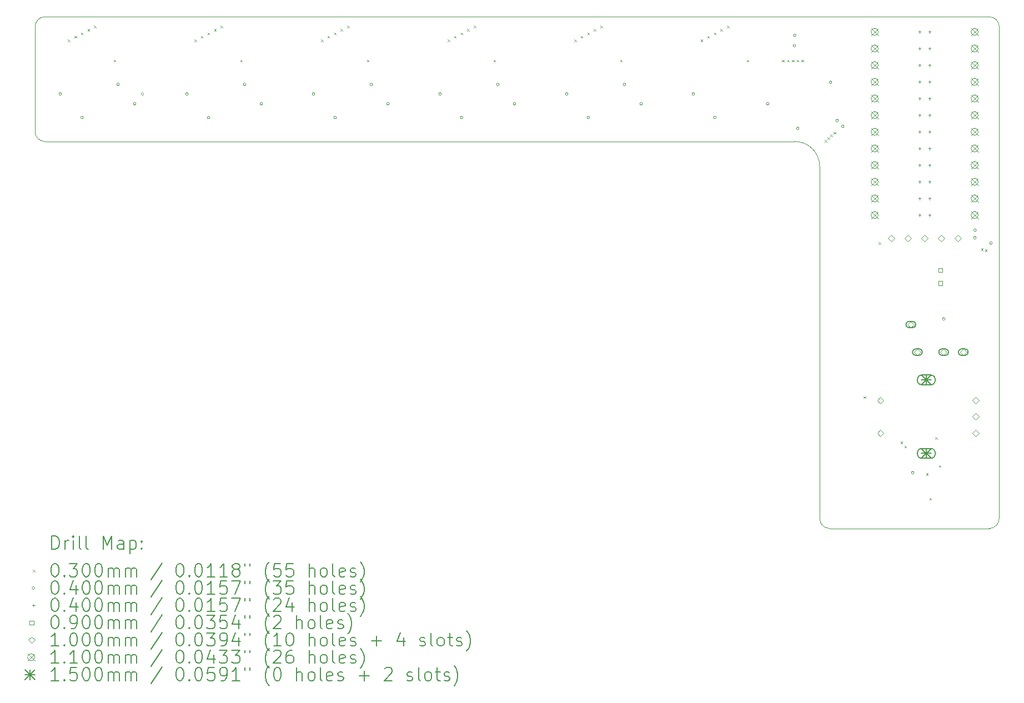
<source format=gbr>
%TF.GenerationSoftware,KiCad,Pcbnew,7.0.8*%
%TF.CreationDate,2023-10-21T22:21:05-07:00*%
%TF.ProjectId,Seismos_5CoreL,53656973-6d6f-4735-9f35-436f72654c2e,rev?*%
%TF.SameCoordinates,Original*%
%TF.FileFunction,Drillmap*%
%TF.FilePolarity,Positive*%
%FSLAX45Y45*%
G04 Gerber Fmt 4.5, Leading zero omitted, Abs format (unit mm)*
G04 Created by KiCad (PCBNEW 7.0.8) date 2023-10-21 22:21:05*
%MOMM*%
%LPD*%
G01*
G04 APERTURE LIST*
%ADD10C,0.100000*%
%ADD11C,0.200000*%
%ADD12C,0.030000*%
%ADD13C,0.040000*%
%ADD14C,0.090000*%
%ADD15C,0.110000*%
%ADD16C,0.150000*%
G04 APERTURE END LIST*
D10*
X15113400Y-9800000D02*
X17550000Y-9800000D01*
X17700000Y-2150000D02*
G75*
G03*
X17550000Y-2000000I-150000J0D01*
G01*
X14963400Y-4281000D02*
X14963400Y-9650000D01*
X14963400Y-9650000D02*
G75*
G03*
X15113400Y-9800000I150000J0D01*
G01*
X3150000Y-3900000D02*
X14582400Y-3900000D01*
X3000000Y-3750000D02*
G75*
G03*
X3150000Y-3900000I150000J0D01*
G01*
X3150000Y-2000000D02*
G75*
G03*
X3000000Y-2150000I0J-150000D01*
G01*
X17700000Y-2150000D02*
X17700000Y-9650000D01*
X17550000Y-9800000D02*
G75*
G03*
X17700000Y-9650000I0J150000D01*
G01*
X14963400Y-4281000D02*
G75*
G03*
X14582400Y-3900000I-381000J0D01*
G01*
X17550000Y-2000000D02*
X3150000Y-2000000D01*
X3000000Y-2150000D02*
X3000000Y-3750000D01*
D11*
D12*
X3500000Y-2344600D02*
X3530000Y-2374600D01*
X3530000Y-2344600D02*
X3500000Y-2374600D01*
X3600000Y-2291950D02*
X3630000Y-2321950D01*
X3630000Y-2291950D02*
X3600000Y-2321950D01*
X3700000Y-2239300D02*
X3730000Y-2269300D01*
X3730000Y-2239300D02*
X3700000Y-2269300D01*
X3800000Y-2186650D02*
X3830000Y-2216650D01*
X3830000Y-2186650D02*
X3800000Y-2216650D01*
X3900000Y-2134000D02*
X3930000Y-2164000D01*
X3930000Y-2134000D02*
X3900000Y-2164000D01*
X4200000Y-2655000D02*
X4230000Y-2685000D01*
X4230000Y-2655000D02*
X4200000Y-2685000D01*
X5430000Y-2344600D02*
X5460000Y-2374600D01*
X5460000Y-2344600D02*
X5430000Y-2374600D01*
X5530000Y-2291950D02*
X5560000Y-2321950D01*
X5560000Y-2291950D02*
X5530000Y-2321950D01*
X5630000Y-2239300D02*
X5660000Y-2269300D01*
X5660000Y-2239300D02*
X5630000Y-2269300D01*
X5730000Y-2186650D02*
X5760000Y-2216650D01*
X5760000Y-2186650D02*
X5730000Y-2216650D01*
X5830000Y-2134000D02*
X5860000Y-2164000D01*
X5860000Y-2134000D02*
X5830000Y-2164000D01*
X6130000Y-2655000D02*
X6160000Y-2685000D01*
X6160000Y-2655000D02*
X6130000Y-2685000D01*
X7360000Y-2344600D02*
X7390000Y-2374600D01*
X7390000Y-2344600D02*
X7360000Y-2374600D01*
X7460000Y-2291950D02*
X7490000Y-2321950D01*
X7490000Y-2291950D02*
X7460000Y-2321950D01*
X7560000Y-2239300D02*
X7590000Y-2269300D01*
X7590000Y-2239300D02*
X7560000Y-2269300D01*
X7660000Y-2186650D02*
X7690000Y-2216650D01*
X7690000Y-2186650D02*
X7660000Y-2216650D01*
X7760000Y-2134000D02*
X7790000Y-2164000D01*
X7790000Y-2134000D02*
X7760000Y-2164000D01*
X8060000Y-2655000D02*
X8090000Y-2685000D01*
X8090000Y-2655000D02*
X8060000Y-2685000D01*
X9290000Y-2344600D02*
X9320000Y-2374600D01*
X9320000Y-2344600D02*
X9290000Y-2374600D01*
X9390000Y-2291950D02*
X9420000Y-2321950D01*
X9420000Y-2291950D02*
X9390000Y-2321950D01*
X9490000Y-2239300D02*
X9520000Y-2269300D01*
X9520000Y-2239300D02*
X9490000Y-2269300D01*
X9590000Y-2186650D02*
X9620000Y-2216650D01*
X9620000Y-2186650D02*
X9590000Y-2216650D01*
X9690000Y-2134000D02*
X9720000Y-2164000D01*
X9720000Y-2134000D02*
X9690000Y-2164000D01*
X9990000Y-2655000D02*
X10020000Y-2685000D01*
X10020000Y-2655000D02*
X9990000Y-2685000D01*
X11220000Y-2344600D02*
X11250000Y-2374600D01*
X11250000Y-2344600D02*
X11220000Y-2374600D01*
X11320000Y-2291950D02*
X11350000Y-2321950D01*
X11350000Y-2291950D02*
X11320000Y-2321950D01*
X11420000Y-2239300D02*
X11450000Y-2269300D01*
X11450000Y-2239300D02*
X11420000Y-2269300D01*
X11520000Y-2186650D02*
X11550000Y-2216650D01*
X11550000Y-2186650D02*
X11520000Y-2216650D01*
X11620000Y-2134000D02*
X11650000Y-2164000D01*
X11650000Y-2134000D02*
X11620000Y-2164000D01*
X11920000Y-2655000D02*
X11950000Y-2685000D01*
X11950000Y-2655000D02*
X11920000Y-2685000D01*
X13150000Y-2344600D02*
X13180000Y-2374600D01*
X13180000Y-2344600D02*
X13150000Y-2374600D01*
X13250000Y-2291950D02*
X13280000Y-2321950D01*
X13280000Y-2291950D02*
X13250000Y-2321950D01*
X13350000Y-2239300D02*
X13380000Y-2269300D01*
X13380000Y-2239300D02*
X13350000Y-2269300D01*
X13450000Y-2186650D02*
X13480000Y-2216650D01*
X13480000Y-2186650D02*
X13450000Y-2216650D01*
X13550000Y-2134000D02*
X13580000Y-2164000D01*
X13580000Y-2134000D02*
X13550000Y-2164000D01*
X13850000Y-2655000D02*
X13880000Y-2685000D01*
X13880000Y-2655000D02*
X13850000Y-2685000D01*
X14390812Y-2654188D02*
X14420812Y-2684188D01*
X14420812Y-2654188D02*
X14390812Y-2684188D01*
X14468042Y-2656958D02*
X14498042Y-2686958D01*
X14498042Y-2656958D02*
X14468042Y-2686958D01*
X14540271Y-2654729D02*
X14570271Y-2684729D01*
X14570271Y-2654729D02*
X14540271Y-2684729D01*
X14612771Y-2657229D02*
X14642771Y-2687229D01*
X14642771Y-2657229D02*
X14612771Y-2687229D01*
X14685000Y-2655000D02*
X14715000Y-2685000D01*
X14715000Y-2655000D02*
X14685000Y-2685000D01*
X15041574Y-3878515D02*
X15071574Y-3908515D01*
X15071574Y-3878515D02*
X15041574Y-3908515D01*
X15083749Y-3835909D02*
X15113749Y-3865909D01*
X15113749Y-3835909D02*
X15083749Y-3865909D01*
X15126789Y-3794177D02*
X15156789Y-3824177D01*
X15156789Y-3794177D02*
X15126789Y-3824177D01*
X15174437Y-3757794D02*
X15204437Y-3787794D01*
X15204437Y-3757794D02*
X15174437Y-3787794D01*
X15635000Y-7785000D02*
X15665000Y-7815000D01*
X15665000Y-7785000D02*
X15635000Y-7815000D01*
X15860000Y-5435000D02*
X15890000Y-5465000D01*
X15890000Y-5435000D02*
X15860000Y-5465000D01*
X16195000Y-8475000D02*
X16225000Y-8505000D01*
X16225000Y-8475000D02*
X16195000Y-8505000D01*
X16255000Y-8540000D02*
X16285000Y-8570000D01*
X16285000Y-8540000D02*
X16255000Y-8570000D01*
X16585000Y-8960000D02*
X16615000Y-8990000D01*
X16615000Y-8960000D02*
X16585000Y-8990000D01*
X16635000Y-9335000D02*
X16665000Y-9365000D01*
X16665000Y-9335000D02*
X16635000Y-9365000D01*
X16725000Y-8410000D02*
X16755000Y-8440000D01*
X16755000Y-8410000D02*
X16725000Y-8440000D01*
X16782350Y-8835000D02*
X16812350Y-8865000D01*
X16812350Y-8835000D02*
X16782350Y-8865000D01*
X17424256Y-5531285D02*
X17454256Y-5561285D01*
X17454256Y-5531285D02*
X17424256Y-5561285D01*
X17485000Y-5545000D02*
X17515000Y-5575000D01*
X17515000Y-5545000D02*
X17485000Y-5575000D01*
D13*
X3405000Y-3175000D02*
G75*
G03*
X3405000Y-3175000I-20000J0D01*
G01*
X3735000Y-3534880D02*
G75*
G03*
X3735000Y-3534880I-20000J0D01*
G01*
X4284810Y-3029930D02*
G75*
G03*
X4284810Y-3029930I-20000J0D01*
G01*
X4540000Y-3325000D02*
G75*
G03*
X4540000Y-3325000I-20000J0D01*
G01*
X4660000Y-3175000D02*
G75*
G03*
X4660000Y-3175000I-20000J0D01*
G01*
X5335000Y-3175000D02*
G75*
G03*
X5335000Y-3175000I-20000J0D01*
G01*
X5665000Y-3534880D02*
G75*
G03*
X5665000Y-3534880I-20000J0D01*
G01*
X6214810Y-3029930D02*
G75*
G03*
X6214810Y-3029930I-20000J0D01*
G01*
X6470000Y-3325000D02*
G75*
G03*
X6470000Y-3325000I-20000J0D01*
G01*
X7265000Y-3175000D02*
G75*
G03*
X7265000Y-3175000I-20000J0D01*
G01*
X7595000Y-3534880D02*
G75*
G03*
X7595000Y-3534880I-20000J0D01*
G01*
X8144810Y-3029930D02*
G75*
G03*
X8144810Y-3029930I-20000J0D01*
G01*
X8400000Y-3325000D02*
G75*
G03*
X8400000Y-3325000I-20000J0D01*
G01*
X9195000Y-3175000D02*
G75*
G03*
X9195000Y-3175000I-20000J0D01*
G01*
X9525000Y-3534880D02*
G75*
G03*
X9525000Y-3534880I-20000J0D01*
G01*
X10074810Y-3029930D02*
G75*
G03*
X10074810Y-3029930I-20000J0D01*
G01*
X10330000Y-3325000D02*
G75*
G03*
X10330000Y-3325000I-20000J0D01*
G01*
X11125000Y-3175000D02*
G75*
G03*
X11125000Y-3175000I-20000J0D01*
G01*
X11455000Y-3534880D02*
G75*
G03*
X11455000Y-3534880I-20000J0D01*
G01*
X12004810Y-3029930D02*
G75*
G03*
X12004810Y-3029930I-20000J0D01*
G01*
X12260000Y-3325000D02*
G75*
G03*
X12260000Y-3325000I-20000J0D01*
G01*
X13055000Y-3175000D02*
G75*
G03*
X13055000Y-3175000I-20000J0D01*
G01*
X13385000Y-3534880D02*
G75*
G03*
X13385000Y-3534880I-20000J0D01*
G01*
X14190000Y-3325000D02*
G75*
G03*
X14190000Y-3325000I-20000J0D01*
G01*
X14597500Y-2437500D02*
G75*
G03*
X14597500Y-2437500I-20000J0D01*
G01*
X14602400Y-2279400D02*
G75*
G03*
X14602400Y-2279400I-20000J0D01*
G01*
X14650000Y-3700000D02*
G75*
G03*
X14650000Y-3700000I-20000J0D01*
G01*
X15150000Y-2997500D02*
G75*
G03*
X15150000Y-2997500I-20000J0D01*
G01*
X15249138Y-3580861D02*
G75*
G03*
X15249138Y-3580861I-20000J0D01*
G01*
X15335250Y-3670281D02*
G75*
G03*
X15335250Y-3670281I-20000J0D01*
G01*
X16400000Y-8950000D02*
G75*
G03*
X16400000Y-8950000I-20000J0D01*
G01*
X16873000Y-6604700D02*
G75*
G03*
X16873000Y-6604700I-20000J0D01*
G01*
X17347647Y-5367647D02*
G75*
G03*
X17347647Y-5367647I-20000J0D01*
G01*
X17350950Y-5252550D02*
G75*
G03*
X17350950Y-5252550I-20000J0D01*
G01*
X17592650Y-5450000D02*
G75*
G03*
X17592650Y-5450000I-20000J0D01*
G01*
X16487400Y-2208600D02*
X16487400Y-2248600D01*
X16467400Y-2228600D02*
X16507400Y-2228600D01*
X16487400Y-2462600D02*
X16487400Y-2502600D01*
X16467400Y-2482600D02*
X16507400Y-2482600D01*
X16487400Y-2716600D02*
X16487400Y-2756600D01*
X16467400Y-2736600D02*
X16507400Y-2736600D01*
X16487400Y-2970600D02*
X16487400Y-3010600D01*
X16467400Y-2990600D02*
X16507400Y-2990600D01*
X16487400Y-3224600D02*
X16487400Y-3264600D01*
X16467400Y-3244600D02*
X16507400Y-3244600D01*
X16487400Y-3478600D02*
X16487400Y-3518600D01*
X16467400Y-3498600D02*
X16507400Y-3498600D01*
X16487400Y-3732600D02*
X16487400Y-3772600D01*
X16467400Y-3752600D02*
X16507400Y-3752600D01*
X16487400Y-3986600D02*
X16487400Y-4026600D01*
X16467400Y-4006600D02*
X16507400Y-4006600D01*
X16487400Y-4240600D02*
X16487400Y-4280600D01*
X16467400Y-4260600D02*
X16507400Y-4260600D01*
X16487400Y-4494600D02*
X16487400Y-4534600D01*
X16467400Y-4514600D02*
X16507400Y-4514600D01*
X16487400Y-4748600D02*
X16487400Y-4788600D01*
X16467400Y-4768600D02*
X16507400Y-4768600D01*
X16487400Y-5002600D02*
X16487400Y-5042600D01*
X16467400Y-5022600D02*
X16507400Y-5022600D01*
X16639800Y-2208600D02*
X16639800Y-2248600D01*
X16619800Y-2228600D02*
X16659800Y-2228600D01*
X16639800Y-2462600D02*
X16639800Y-2502600D01*
X16619800Y-2482600D02*
X16659800Y-2482600D01*
X16639800Y-2716600D02*
X16639800Y-2756600D01*
X16619800Y-2736600D02*
X16659800Y-2736600D01*
X16639800Y-2970600D02*
X16639800Y-3010600D01*
X16619800Y-2990600D02*
X16659800Y-2990600D01*
X16639800Y-3224600D02*
X16639800Y-3264600D01*
X16619800Y-3244600D02*
X16659800Y-3244600D01*
X16639800Y-3478600D02*
X16639800Y-3518600D01*
X16619800Y-3498600D02*
X16659800Y-3498600D01*
X16639800Y-3732600D02*
X16639800Y-3772600D01*
X16619800Y-3752600D02*
X16659800Y-3752600D01*
X16639800Y-3986600D02*
X16639800Y-4026600D01*
X16619800Y-4006600D02*
X16659800Y-4006600D01*
X16639800Y-4240600D02*
X16639800Y-4280600D01*
X16619800Y-4260600D02*
X16659800Y-4260600D01*
X16639800Y-4494600D02*
X16639800Y-4534600D01*
X16619800Y-4514600D02*
X16659800Y-4514600D01*
X16639800Y-4748600D02*
X16639800Y-4788600D01*
X16619800Y-4768600D02*
X16659800Y-4768600D01*
X16639800Y-5002600D02*
X16639800Y-5042600D01*
X16619800Y-5022600D02*
X16659800Y-5022600D01*
D14*
X16836870Y-5895020D02*
X16836870Y-5831380D01*
X16773230Y-5831380D01*
X16773230Y-5895020D01*
X16836870Y-5895020D01*
X16836870Y-6095020D02*
X16836870Y-6031380D01*
X16773230Y-6031380D01*
X16773230Y-6095020D01*
X16836870Y-6095020D01*
D10*
X15889000Y-7896000D02*
X15939000Y-7846000D01*
X15889000Y-7796000D01*
X15839000Y-7846000D01*
X15889000Y-7896000D01*
X15889000Y-8396000D02*
X15939000Y-8346000D01*
X15889000Y-8296000D01*
X15839000Y-8346000D01*
X15889000Y-8396000D01*
X16055600Y-5426600D02*
X16105600Y-5376600D01*
X16055600Y-5326600D01*
X16005600Y-5376600D01*
X16055600Y-5426600D01*
X16309600Y-5426600D02*
X16359600Y-5376600D01*
X16309600Y-5326600D01*
X16259600Y-5376600D01*
X16309600Y-5426600D01*
X16353000Y-6742500D02*
X16403000Y-6692500D01*
X16353000Y-6642500D01*
X16303000Y-6692500D01*
X16353000Y-6742500D01*
D11*
X16378000Y-6642500D02*
X16328000Y-6642500D01*
X16328000Y-6642500D02*
G75*
G03*
X16328000Y-6742500I0J-50000D01*
G01*
X16328000Y-6742500D02*
X16378000Y-6742500D01*
X16378000Y-6742500D02*
G75*
G03*
X16378000Y-6642500I0J50000D01*
G01*
D10*
X16453000Y-7162500D02*
X16503000Y-7112500D01*
X16453000Y-7062500D01*
X16403000Y-7112500D01*
X16453000Y-7162500D01*
D11*
X16478000Y-7062500D02*
X16428000Y-7062500D01*
X16428000Y-7062500D02*
G75*
G03*
X16428000Y-7162500I0J-50000D01*
G01*
X16428000Y-7162500D02*
X16478000Y-7162500D01*
X16478000Y-7162500D02*
G75*
G03*
X16478000Y-7062500I0J50000D01*
G01*
D10*
X16563600Y-5426600D02*
X16613600Y-5376600D01*
X16563600Y-5326600D01*
X16513600Y-5376600D01*
X16563600Y-5426600D01*
X16817600Y-5426600D02*
X16867600Y-5376600D01*
X16817600Y-5326600D01*
X16767600Y-5376600D01*
X16817600Y-5426600D01*
X16853000Y-7162500D02*
X16903000Y-7112500D01*
X16853000Y-7062500D01*
X16803000Y-7112500D01*
X16853000Y-7162500D01*
D11*
X16878000Y-7062500D02*
X16828000Y-7062500D01*
X16828000Y-7062500D02*
G75*
G03*
X16828000Y-7162500I0J-50000D01*
G01*
X16828000Y-7162500D02*
X16878000Y-7162500D01*
X16878000Y-7162500D02*
G75*
G03*
X16878000Y-7062500I0J50000D01*
G01*
D10*
X17071600Y-5426600D02*
X17121600Y-5376600D01*
X17071600Y-5326600D01*
X17021600Y-5376600D01*
X17071600Y-5426600D01*
X17153000Y-7162500D02*
X17203000Y-7112500D01*
X17153000Y-7062500D01*
X17103000Y-7112500D01*
X17153000Y-7162500D01*
D11*
X17178000Y-7062500D02*
X17128000Y-7062500D01*
X17128000Y-7062500D02*
G75*
G03*
X17128000Y-7162500I0J-50000D01*
G01*
X17128000Y-7162500D02*
X17178000Y-7162500D01*
X17178000Y-7162500D02*
G75*
G03*
X17178000Y-7062500I0J50000D01*
G01*
D10*
X17339000Y-7896000D02*
X17389000Y-7846000D01*
X17339000Y-7796000D01*
X17289000Y-7846000D01*
X17339000Y-7896000D01*
X17339000Y-8146000D02*
X17389000Y-8096000D01*
X17339000Y-8046000D01*
X17289000Y-8096000D01*
X17339000Y-8146000D01*
X17339000Y-8396000D02*
X17389000Y-8346000D01*
X17339000Y-8296000D01*
X17289000Y-8346000D01*
X17339000Y-8396000D01*
D15*
X15746600Y-2173600D02*
X15856600Y-2283600D01*
X15856600Y-2173600D02*
X15746600Y-2283600D01*
X15856600Y-2228600D02*
G75*
G03*
X15856600Y-2228600I-55000J0D01*
G01*
X15746600Y-2173600D02*
X15856600Y-2283600D01*
X15856600Y-2173600D02*
X15746600Y-2283600D01*
X15856600Y-2228600D02*
G75*
G03*
X15856600Y-2228600I-55000J0D01*
G01*
X15746600Y-2427600D02*
X15856600Y-2537600D01*
X15856600Y-2427600D02*
X15746600Y-2537600D01*
X15856600Y-2482600D02*
G75*
G03*
X15856600Y-2482600I-55000J0D01*
G01*
X15746600Y-2681600D02*
X15856600Y-2791600D01*
X15856600Y-2681600D02*
X15746600Y-2791600D01*
X15856600Y-2736600D02*
G75*
G03*
X15856600Y-2736600I-55000J0D01*
G01*
X15746600Y-2935600D02*
X15856600Y-3045600D01*
X15856600Y-2935600D02*
X15746600Y-3045600D01*
X15856600Y-2990600D02*
G75*
G03*
X15856600Y-2990600I-55000J0D01*
G01*
X15746600Y-3189600D02*
X15856600Y-3299600D01*
X15856600Y-3189600D02*
X15746600Y-3299600D01*
X15856600Y-3244600D02*
G75*
G03*
X15856600Y-3244600I-55000J0D01*
G01*
X15746600Y-3443600D02*
X15856600Y-3553600D01*
X15856600Y-3443600D02*
X15746600Y-3553600D01*
X15856600Y-3498600D02*
G75*
G03*
X15856600Y-3498600I-55000J0D01*
G01*
X15746600Y-3697600D02*
X15856600Y-3807600D01*
X15856600Y-3697600D02*
X15746600Y-3807600D01*
X15856600Y-3752600D02*
G75*
G03*
X15856600Y-3752600I-55000J0D01*
G01*
X15746600Y-3951600D02*
X15856600Y-4061600D01*
X15856600Y-3951600D02*
X15746600Y-4061600D01*
X15856600Y-4006600D02*
G75*
G03*
X15856600Y-4006600I-55000J0D01*
G01*
X15746600Y-4205600D02*
X15856600Y-4315600D01*
X15856600Y-4205600D02*
X15746600Y-4315600D01*
X15856600Y-4260600D02*
G75*
G03*
X15856600Y-4260600I-55000J0D01*
G01*
X15746600Y-4459600D02*
X15856600Y-4569600D01*
X15856600Y-4459600D02*
X15746600Y-4569600D01*
X15856600Y-4514600D02*
G75*
G03*
X15856600Y-4514600I-55000J0D01*
G01*
X15746600Y-4713600D02*
X15856600Y-4823600D01*
X15856600Y-4713600D02*
X15746600Y-4823600D01*
X15856600Y-4768600D02*
G75*
G03*
X15856600Y-4768600I-55000J0D01*
G01*
X15746600Y-4967600D02*
X15856600Y-5077600D01*
X15856600Y-4967600D02*
X15746600Y-5077600D01*
X15856600Y-5022600D02*
G75*
G03*
X15856600Y-5022600I-55000J0D01*
G01*
X17270600Y-2173600D02*
X17380600Y-2283600D01*
X17380600Y-2173600D02*
X17270600Y-2283600D01*
X17380600Y-2228600D02*
G75*
G03*
X17380600Y-2228600I-55000J0D01*
G01*
X17270600Y-2173600D02*
X17380600Y-2283600D01*
X17380600Y-2173600D02*
X17270600Y-2283600D01*
X17380600Y-2228600D02*
G75*
G03*
X17380600Y-2228600I-55000J0D01*
G01*
X17270600Y-2427600D02*
X17380600Y-2537600D01*
X17380600Y-2427600D02*
X17270600Y-2537600D01*
X17380600Y-2482600D02*
G75*
G03*
X17380600Y-2482600I-55000J0D01*
G01*
X17270600Y-2681600D02*
X17380600Y-2791600D01*
X17380600Y-2681600D02*
X17270600Y-2791600D01*
X17380600Y-2736600D02*
G75*
G03*
X17380600Y-2736600I-55000J0D01*
G01*
X17270600Y-2935600D02*
X17380600Y-3045600D01*
X17380600Y-2935600D02*
X17270600Y-3045600D01*
X17380600Y-2990600D02*
G75*
G03*
X17380600Y-2990600I-55000J0D01*
G01*
X17270600Y-3189600D02*
X17380600Y-3299600D01*
X17380600Y-3189600D02*
X17270600Y-3299600D01*
X17380600Y-3244600D02*
G75*
G03*
X17380600Y-3244600I-55000J0D01*
G01*
X17270600Y-3443600D02*
X17380600Y-3553600D01*
X17380600Y-3443600D02*
X17270600Y-3553600D01*
X17380600Y-3498600D02*
G75*
G03*
X17380600Y-3498600I-55000J0D01*
G01*
X17270600Y-3697600D02*
X17380600Y-3807600D01*
X17380600Y-3697600D02*
X17270600Y-3807600D01*
X17380600Y-3752600D02*
G75*
G03*
X17380600Y-3752600I-55000J0D01*
G01*
X17270600Y-3951600D02*
X17380600Y-4061600D01*
X17380600Y-3951600D02*
X17270600Y-4061600D01*
X17380600Y-4006600D02*
G75*
G03*
X17380600Y-4006600I-55000J0D01*
G01*
X17270600Y-4205600D02*
X17380600Y-4315600D01*
X17380600Y-4205600D02*
X17270600Y-4315600D01*
X17380600Y-4260600D02*
G75*
G03*
X17380600Y-4260600I-55000J0D01*
G01*
X17270600Y-4459600D02*
X17380600Y-4569600D01*
X17380600Y-4459600D02*
X17270600Y-4569600D01*
X17380600Y-4514600D02*
G75*
G03*
X17380600Y-4514600I-55000J0D01*
G01*
X17270600Y-4713600D02*
X17380600Y-4823600D01*
X17380600Y-4713600D02*
X17270600Y-4823600D01*
X17380600Y-4768600D02*
G75*
G03*
X17380600Y-4768600I-55000J0D01*
G01*
X17270600Y-4967600D02*
X17380600Y-5077600D01*
X17380600Y-4967600D02*
X17270600Y-5077600D01*
X17380600Y-5022600D02*
G75*
G03*
X17380600Y-5022600I-55000J0D01*
G01*
D16*
X16514000Y-7461000D02*
X16664000Y-7611000D01*
X16664000Y-7461000D02*
X16514000Y-7611000D01*
X16589000Y-7461000D02*
X16589000Y-7611000D01*
X16514000Y-7536000D02*
X16664000Y-7536000D01*
D11*
X16654000Y-7461000D02*
X16524000Y-7461000D01*
X16524000Y-7461000D02*
G75*
G03*
X16524000Y-7611000I0J-75000D01*
G01*
X16524000Y-7611000D02*
X16654000Y-7611000D01*
X16654000Y-7611000D02*
G75*
G03*
X16654000Y-7461000I0J75000D01*
G01*
D16*
X16514000Y-8581000D02*
X16664000Y-8731000D01*
X16664000Y-8581000D02*
X16514000Y-8731000D01*
X16589000Y-8581000D02*
X16589000Y-8731000D01*
X16514000Y-8656000D02*
X16664000Y-8656000D01*
D11*
X16654000Y-8581000D02*
X16524000Y-8581000D01*
X16524000Y-8581000D02*
G75*
G03*
X16524000Y-8731000I0J-75000D01*
G01*
X16524000Y-8731000D02*
X16654000Y-8731000D01*
X16654000Y-8731000D02*
G75*
G03*
X16654000Y-8581000I0J75000D01*
G01*
X3255777Y-10116484D02*
X3255777Y-9916484D01*
X3255777Y-9916484D02*
X3303396Y-9916484D01*
X3303396Y-9916484D02*
X3331967Y-9926008D01*
X3331967Y-9926008D02*
X3351015Y-9945055D01*
X3351015Y-9945055D02*
X3360539Y-9964103D01*
X3360539Y-9964103D02*
X3370062Y-10002198D01*
X3370062Y-10002198D02*
X3370062Y-10030770D01*
X3370062Y-10030770D02*
X3360539Y-10068865D01*
X3360539Y-10068865D02*
X3351015Y-10087912D01*
X3351015Y-10087912D02*
X3331967Y-10106960D01*
X3331967Y-10106960D02*
X3303396Y-10116484D01*
X3303396Y-10116484D02*
X3255777Y-10116484D01*
X3455777Y-10116484D02*
X3455777Y-9983150D01*
X3455777Y-10021246D02*
X3465301Y-10002198D01*
X3465301Y-10002198D02*
X3474824Y-9992674D01*
X3474824Y-9992674D02*
X3493872Y-9983150D01*
X3493872Y-9983150D02*
X3512920Y-9983150D01*
X3579586Y-10116484D02*
X3579586Y-9983150D01*
X3579586Y-9916484D02*
X3570062Y-9926008D01*
X3570062Y-9926008D02*
X3579586Y-9935531D01*
X3579586Y-9935531D02*
X3589110Y-9926008D01*
X3589110Y-9926008D02*
X3579586Y-9916484D01*
X3579586Y-9916484D02*
X3579586Y-9935531D01*
X3703396Y-10116484D02*
X3684348Y-10106960D01*
X3684348Y-10106960D02*
X3674824Y-10087912D01*
X3674824Y-10087912D02*
X3674824Y-9916484D01*
X3808158Y-10116484D02*
X3789110Y-10106960D01*
X3789110Y-10106960D02*
X3779586Y-10087912D01*
X3779586Y-10087912D02*
X3779586Y-9916484D01*
X4036729Y-10116484D02*
X4036729Y-9916484D01*
X4036729Y-9916484D02*
X4103396Y-10059341D01*
X4103396Y-10059341D02*
X4170062Y-9916484D01*
X4170062Y-9916484D02*
X4170062Y-10116484D01*
X4351015Y-10116484D02*
X4351015Y-10011722D01*
X4351015Y-10011722D02*
X4341491Y-9992674D01*
X4341491Y-9992674D02*
X4322444Y-9983150D01*
X4322444Y-9983150D02*
X4284348Y-9983150D01*
X4284348Y-9983150D02*
X4265301Y-9992674D01*
X4351015Y-10106960D02*
X4331967Y-10116484D01*
X4331967Y-10116484D02*
X4284348Y-10116484D01*
X4284348Y-10116484D02*
X4265301Y-10106960D01*
X4265301Y-10106960D02*
X4255777Y-10087912D01*
X4255777Y-10087912D02*
X4255777Y-10068865D01*
X4255777Y-10068865D02*
X4265301Y-10049817D01*
X4265301Y-10049817D02*
X4284348Y-10040293D01*
X4284348Y-10040293D02*
X4331967Y-10040293D01*
X4331967Y-10040293D02*
X4351015Y-10030770D01*
X4446253Y-9983150D02*
X4446253Y-10183150D01*
X4446253Y-9992674D02*
X4465301Y-9983150D01*
X4465301Y-9983150D02*
X4503396Y-9983150D01*
X4503396Y-9983150D02*
X4522444Y-9992674D01*
X4522444Y-9992674D02*
X4531967Y-10002198D01*
X4531967Y-10002198D02*
X4541491Y-10021246D01*
X4541491Y-10021246D02*
X4541491Y-10078389D01*
X4541491Y-10078389D02*
X4531967Y-10097436D01*
X4531967Y-10097436D02*
X4522444Y-10106960D01*
X4522444Y-10106960D02*
X4503396Y-10116484D01*
X4503396Y-10116484D02*
X4465301Y-10116484D01*
X4465301Y-10116484D02*
X4446253Y-10106960D01*
X4627205Y-10097436D02*
X4636729Y-10106960D01*
X4636729Y-10106960D02*
X4627205Y-10116484D01*
X4627205Y-10116484D02*
X4617682Y-10106960D01*
X4617682Y-10106960D02*
X4627205Y-10097436D01*
X4627205Y-10097436D02*
X4627205Y-10116484D01*
X4627205Y-9992674D02*
X4636729Y-10002198D01*
X4636729Y-10002198D02*
X4627205Y-10011722D01*
X4627205Y-10011722D02*
X4617682Y-10002198D01*
X4617682Y-10002198D02*
X4627205Y-9992674D01*
X4627205Y-9992674D02*
X4627205Y-10011722D01*
D12*
X2965000Y-10430000D02*
X2995000Y-10460000D01*
X2995000Y-10430000D02*
X2965000Y-10460000D01*
D11*
X3293872Y-10336484D02*
X3312920Y-10336484D01*
X3312920Y-10336484D02*
X3331967Y-10346008D01*
X3331967Y-10346008D02*
X3341491Y-10355531D01*
X3341491Y-10355531D02*
X3351015Y-10374579D01*
X3351015Y-10374579D02*
X3360539Y-10412674D01*
X3360539Y-10412674D02*
X3360539Y-10460293D01*
X3360539Y-10460293D02*
X3351015Y-10498389D01*
X3351015Y-10498389D02*
X3341491Y-10517436D01*
X3341491Y-10517436D02*
X3331967Y-10526960D01*
X3331967Y-10526960D02*
X3312920Y-10536484D01*
X3312920Y-10536484D02*
X3293872Y-10536484D01*
X3293872Y-10536484D02*
X3274824Y-10526960D01*
X3274824Y-10526960D02*
X3265301Y-10517436D01*
X3265301Y-10517436D02*
X3255777Y-10498389D01*
X3255777Y-10498389D02*
X3246253Y-10460293D01*
X3246253Y-10460293D02*
X3246253Y-10412674D01*
X3246253Y-10412674D02*
X3255777Y-10374579D01*
X3255777Y-10374579D02*
X3265301Y-10355531D01*
X3265301Y-10355531D02*
X3274824Y-10346008D01*
X3274824Y-10346008D02*
X3293872Y-10336484D01*
X3446253Y-10517436D02*
X3455777Y-10526960D01*
X3455777Y-10526960D02*
X3446253Y-10536484D01*
X3446253Y-10536484D02*
X3436729Y-10526960D01*
X3436729Y-10526960D02*
X3446253Y-10517436D01*
X3446253Y-10517436D02*
X3446253Y-10536484D01*
X3522443Y-10336484D02*
X3646253Y-10336484D01*
X3646253Y-10336484D02*
X3579586Y-10412674D01*
X3579586Y-10412674D02*
X3608158Y-10412674D01*
X3608158Y-10412674D02*
X3627205Y-10422198D01*
X3627205Y-10422198D02*
X3636729Y-10431722D01*
X3636729Y-10431722D02*
X3646253Y-10450770D01*
X3646253Y-10450770D02*
X3646253Y-10498389D01*
X3646253Y-10498389D02*
X3636729Y-10517436D01*
X3636729Y-10517436D02*
X3627205Y-10526960D01*
X3627205Y-10526960D02*
X3608158Y-10536484D01*
X3608158Y-10536484D02*
X3551015Y-10536484D01*
X3551015Y-10536484D02*
X3531967Y-10526960D01*
X3531967Y-10526960D02*
X3522443Y-10517436D01*
X3770062Y-10336484D02*
X3789110Y-10336484D01*
X3789110Y-10336484D02*
X3808158Y-10346008D01*
X3808158Y-10346008D02*
X3817682Y-10355531D01*
X3817682Y-10355531D02*
X3827205Y-10374579D01*
X3827205Y-10374579D02*
X3836729Y-10412674D01*
X3836729Y-10412674D02*
X3836729Y-10460293D01*
X3836729Y-10460293D02*
X3827205Y-10498389D01*
X3827205Y-10498389D02*
X3817682Y-10517436D01*
X3817682Y-10517436D02*
X3808158Y-10526960D01*
X3808158Y-10526960D02*
X3789110Y-10536484D01*
X3789110Y-10536484D02*
X3770062Y-10536484D01*
X3770062Y-10536484D02*
X3751015Y-10526960D01*
X3751015Y-10526960D02*
X3741491Y-10517436D01*
X3741491Y-10517436D02*
X3731967Y-10498389D01*
X3731967Y-10498389D02*
X3722443Y-10460293D01*
X3722443Y-10460293D02*
X3722443Y-10412674D01*
X3722443Y-10412674D02*
X3731967Y-10374579D01*
X3731967Y-10374579D02*
X3741491Y-10355531D01*
X3741491Y-10355531D02*
X3751015Y-10346008D01*
X3751015Y-10346008D02*
X3770062Y-10336484D01*
X3960539Y-10336484D02*
X3979586Y-10336484D01*
X3979586Y-10336484D02*
X3998634Y-10346008D01*
X3998634Y-10346008D02*
X4008158Y-10355531D01*
X4008158Y-10355531D02*
X4017682Y-10374579D01*
X4017682Y-10374579D02*
X4027205Y-10412674D01*
X4027205Y-10412674D02*
X4027205Y-10460293D01*
X4027205Y-10460293D02*
X4017682Y-10498389D01*
X4017682Y-10498389D02*
X4008158Y-10517436D01*
X4008158Y-10517436D02*
X3998634Y-10526960D01*
X3998634Y-10526960D02*
X3979586Y-10536484D01*
X3979586Y-10536484D02*
X3960539Y-10536484D01*
X3960539Y-10536484D02*
X3941491Y-10526960D01*
X3941491Y-10526960D02*
X3931967Y-10517436D01*
X3931967Y-10517436D02*
X3922443Y-10498389D01*
X3922443Y-10498389D02*
X3912920Y-10460293D01*
X3912920Y-10460293D02*
X3912920Y-10412674D01*
X3912920Y-10412674D02*
X3922443Y-10374579D01*
X3922443Y-10374579D02*
X3931967Y-10355531D01*
X3931967Y-10355531D02*
X3941491Y-10346008D01*
X3941491Y-10346008D02*
X3960539Y-10336484D01*
X4112920Y-10536484D02*
X4112920Y-10403150D01*
X4112920Y-10422198D02*
X4122443Y-10412674D01*
X4122443Y-10412674D02*
X4141491Y-10403150D01*
X4141491Y-10403150D02*
X4170063Y-10403150D01*
X4170063Y-10403150D02*
X4189110Y-10412674D01*
X4189110Y-10412674D02*
X4198634Y-10431722D01*
X4198634Y-10431722D02*
X4198634Y-10536484D01*
X4198634Y-10431722D02*
X4208158Y-10412674D01*
X4208158Y-10412674D02*
X4227205Y-10403150D01*
X4227205Y-10403150D02*
X4255777Y-10403150D01*
X4255777Y-10403150D02*
X4274825Y-10412674D01*
X4274825Y-10412674D02*
X4284348Y-10431722D01*
X4284348Y-10431722D02*
X4284348Y-10536484D01*
X4379586Y-10536484D02*
X4379586Y-10403150D01*
X4379586Y-10422198D02*
X4389110Y-10412674D01*
X4389110Y-10412674D02*
X4408158Y-10403150D01*
X4408158Y-10403150D02*
X4436729Y-10403150D01*
X4436729Y-10403150D02*
X4455777Y-10412674D01*
X4455777Y-10412674D02*
X4465301Y-10431722D01*
X4465301Y-10431722D02*
X4465301Y-10536484D01*
X4465301Y-10431722D02*
X4474825Y-10412674D01*
X4474825Y-10412674D02*
X4493872Y-10403150D01*
X4493872Y-10403150D02*
X4522444Y-10403150D01*
X4522444Y-10403150D02*
X4541491Y-10412674D01*
X4541491Y-10412674D02*
X4551015Y-10431722D01*
X4551015Y-10431722D02*
X4551015Y-10536484D01*
X4941491Y-10326960D02*
X4770063Y-10584103D01*
X5198634Y-10336484D02*
X5217682Y-10336484D01*
X5217682Y-10336484D02*
X5236729Y-10346008D01*
X5236729Y-10346008D02*
X5246253Y-10355531D01*
X5246253Y-10355531D02*
X5255777Y-10374579D01*
X5255777Y-10374579D02*
X5265301Y-10412674D01*
X5265301Y-10412674D02*
X5265301Y-10460293D01*
X5265301Y-10460293D02*
X5255777Y-10498389D01*
X5255777Y-10498389D02*
X5246253Y-10517436D01*
X5246253Y-10517436D02*
X5236729Y-10526960D01*
X5236729Y-10526960D02*
X5217682Y-10536484D01*
X5217682Y-10536484D02*
X5198634Y-10536484D01*
X5198634Y-10536484D02*
X5179587Y-10526960D01*
X5179587Y-10526960D02*
X5170063Y-10517436D01*
X5170063Y-10517436D02*
X5160539Y-10498389D01*
X5160539Y-10498389D02*
X5151015Y-10460293D01*
X5151015Y-10460293D02*
X5151015Y-10412674D01*
X5151015Y-10412674D02*
X5160539Y-10374579D01*
X5160539Y-10374579D02*
X5170063Y-10355531D01*
X5170063Y-10355531D02*
X5179587Y-10346008D01*
X5179587Y-10346008D02*
X5198634Y-10336484D01*
X5351015Y-10517436D02*
X5360539Y-10526960D01*
X5360539Y-10526960D02*
X5351015Y-10536484D01*
X5351015Y-10536484D02*
X5341491Y-10526960D01*
X5341491Y-10526960D02*
X5351015Y-10517436D01*
X5351015Y-10517436D02*
X5351015Y-10536484D01*
X5484348Y-10336484D02*
X5503396Y-10336484D01*
X5503396Y-10336484D02*
X5522444Y-10346008D01*
X5522444Y-10346008D02*
X5531968Y-10355531D01*
X5531968Y-10355531D02*
X5541491Y-10374579D01*
X5541491Y-10374579D02*
X5551015Y-10412674D01*
X5551015Y-10412674D02*
X5551015Y-10460293D01*
X5551015Y-10460293D02*
X5541491Y-10498389D01*
X5541491Y-10498389D02*
X5531968Y-10517436D01*
X5531968Y-10517436D02*
X5522444Y-10526960D01*
X5522444Y-10526960D02*
X5503396Y-10536484D01*
X5503396Y-10536484D02*
X5484348Y-10536484D01*
X5484348Y-10536484D02*
X5465301Y-10526960D01*
X5465301Y-10526960D02*
X5455777Y-10517436D01*
X5455777Y-10517436D02*
X5446253Y-10498389D01*
X5446253Y-10498389D02*
X5436729Y-10460293D01*
X5436729Y-10460293D02*
X5436729Y-10412674D01*
X5436729Y-10412674D02*
X5446253Y-10374579D01*
X5446253Y-10374579D02*
X5455777Y-10355531D01*
X5455777Y-10355531D02*
X5465301Y-10346008D01*
X5465301Y-10346008D02*
X5484348Y-10336484D01*
X5741491Y-10536484D02*
X5627206Y-10536484D01*
X5684348Y-10536484D02*
X5684348Y-10336484D01*
X5684348Y-10336484D02*
X5665301Y-10365055D01*
X5665301Y-10365055D02*
X5646253Y-10384103D01*
X5646253Y-10384103D02*
X5627206Y-10393627D01*
X5931967Y-10536484D02*
X5817682Y-10536484D01*
X5874825Y-10536484D02*
X5874825Y-10336484D01*
X5874825Y-10336484D02*
X5855777Y-10365055D01*
X5855777Y-10365055D02*
X5836729Y-10384103D01*
X5836729Y-10384103D02*
X5817682Y-10393627D01*
X6046253Y-10422198D02*
X6027206Y-10412674D01*
X6027206Y-10412674D02*
X6017682Y-10403150D01*
X6017682Y-10403150D02*
X6008158Y-10384103D01*
X6008158Y-10384103D02*
X6008158Y-10374579D01*
X6008158Y-10374579D02*
X6017682Y-10355531D01*
X6017682Y-10355531D02*
X6027206Y-10346008D01*
X6027206Y-10346008D02*
X6046253Y-10336484D01*
X6046253Y-10336484D02*
X6084348Y-10336484D01*
X6084348Y-10336484D02*
X6103396Y-10346008D01*
X6103396Y-10346008D02*
X6112920Y-10355531D01*
X6112920Y-10355531D02*
X6122444Y-10374579D01*
X6122444Y-10374579D02*
X6122444Y-10384103D01*
X6122444Y-10384103D02*
X6112920Y-10403150D01*
X6112920Y-10403150D02*
X6103396Y-10412674D01*
X6103396Y-10412674D02*
X6084348Y-10422198D01*
X6084348Y-10422198D02*
X6046253Y-10422198D01*
X6046253Y-10422198D02*
X6027206Y-10431722D01*
X6027206Y-10431722D02*
X6017682Y-10441246D01*
X6017682Y-10441246D02*
X6008158Y-10460293D01*
X6008158Y-10460293D02*
X6008158Y-10498389D01*
X6008158Y-10498389D02*
X6017682Y-10517436D01*
X6017682Y-10517436D02*
X6027206Y-10526960D01*
X6027206Y-10526960D02*
X6046253Y-10536484D01*
X6046253Y-10536484D02*
X6084348Y-10536484D01*
X6084348Y-10536484D02*
X6103396Y-10526960D01*
X6103396Y-10526960D02*
X6112920Y-10517436D01*
X6112920Y-10517436D02*
X6122444Y-10498389D01*
X6122444Y-10498389D02*
X6122444Y-10460293D01*
X6122444Y-10460293D02*
X6112920Y-10441246D01*
X6112920Y-10441246D02*
X6103396Y-10431722D01*
X6103396Y-10431722D02*
X6084348Y-10422198D01*
X6198634Y-10336484D02*
X6198634Y-10374579D01*
X6274825Y-10336484D02*
X6274825Y-10374579D01*
X6570063Y-10612674D02*
X6560539Y-10603150D01*
X6560539Y-10603150D02*
X6541491Y-10574579D01*
X6541491Y-10574579D02*
X6531968Y-10555531D01*
X6531968Y-10555531D02*
X6522444Y-10526960D01*
X6522444Y-10526960D02*
X6512920Y-10479341D01*
X6512920Y-10479341D02*
X6512920Y-10441246D01*
X6512920Y-10441246D02*
X6522444Y-10393627D01*
X6522444Y-10393627D02*
X6531968Y-10365055D01*
X6531968Y-10365055D02*
X6541491Y-10346008D01*
X6541491Y-10346008D02*
X6560539Y-10317436D01*
X6560539Y-10317436D02*
X6570063Y-10307912D01*
X6741491Y-10336484D02*
X6646253Y-10336484D01*
X6646253Y-10336484D02*
X6636729Y-10431722D01*
X6636729Y-10431722D02*
X6646253Y-10422198D01*
X6646253Y-10422198D02*
X6665301Y-10412674D01*
X6665301Y-10412674D02*
X6712920Y-10412674D01*
X6712920Y-10412674D02*
X6731968Y-10422198D01*
X6731968Y-10422198D02*
X6741491Y-10431722D01*
X6741491Y-10431722D02*
X6751015Y-10450770D01*
X6751015Y-10450770D02*
X6751015Y-10498389D01*
X6751015Y-10498389D02*
X6741491Y-10517436D01*
X6741491Y-10517436D02*
X6731968Y-10526960D01*
X6731968Y-10526960D02*
X6712920Y-10536484D01*
X6712920Y-10536484D02*
X6665301Y-10536484D01*
X6665301Y-10536484D02*
X6646253Y-10526960D01*
X6646253Y-10526960D02*
X6636729Y-10517436D01*
X6931968Y-10336484D02*
X6836729Y-10336484D01*
X6836729Y-10336484D02*
X6827206Y-10431722D01*
X6827206Y-10431722D02*
X6836729Y-10422198D01*
X6836729Y-10422198D02*
X6855777Y-10412674D01*
X6855777Y-10412674D02*
X6903396Y-10412674D01*
X6903396Y-10412674D02*
X6922444Y-10422198D01*
X6922444Y-10422198D02*
X6931968Y-10431722D01*
X6931968Y-10431722D02*
X6941491Y-10450770D01*
X6941491Y-10450770D02*
X6941491Y-10498389D01*
X6941491Y-10498389D02*
X6931968Y-10517436D01*
X6931968Y-10517436D02*
X6922444Y-10526960D01*
X6922444Y-10526960D02*
X6903396Y-10536484D01*
X6903396Y-10536484D02*
X6855777Y-10536484D01*
X6855777Y-10536484D02*
X6836729Y-10526960D01*
X6836729Y-10526960D02*
X6827206Y-10517436D01*
X7179587Y-10536484D02*
X7179587Y-10336484D01*
X7265301Y-10536484D02*
X7265301Y-10431722D01*
X7265301Y-10431722D02*
X7255777Y-10412674D01*
X7255777Y-10412674D02*
X7236730Y-10403150D01*
X7236730Y-10403150D02*
X7208158Y-10403150D01*
X7208158Y-10403150D02*
X7189110Y-10412674D01*
X7189110Y-10412674D02*
X7179587Y-10422198D01*
X7389110Y-10536484D02*
X7370063Y-10526960D01*
X7370063Y-10526960D02*
X7360539Y-10517436D01*
X7360539Y-10517436D02*
X7351015Y-10498389D01*
X7351015Y-10498389D02*
X7351015Y-10441246D01*
X7351015Y-10441246D02*
X7360539Y-10422198D01*
X7360539Y-10422198D02*
X7370063Y-10412674D01*
X7370063Y-10412674D02*
X7389110Y-10403150D01*
X7389110Y-10403150D02*
X7417682Y-10403150D01*
X7417682Y-10403150D02*
X7436730Y-10412674D01*
X7436730Y-10412674D02*
X7446253Y-10422198D01*
X7446253Y-10422198D02*
X7455777Y-10441246D01*
X7455777Y-10441246D02*
X7455777Y-10498389D01*
X7455777Y-10498389D02*
X7446253Y-10517436D01*
X7446253Y-10517436D02*
X7436730Y-10526960D01*
X7436730Y-10526960D02*
X7417682Y-10536484D01*
X7417682Y-10536484D02*
X7389110Y-10536484D01*
X7570063Y-10536484D02*
X7551015Y-10526960D01*
X7551015Y-10526960D02*
X7541491Y-10507912D01*
X7541491Y-10507912D02*
X7541491Y-10336484D01*
X7722444Y-10526960D02*
X7703396Y-10536484D01*
X7703396Y-10536484D02*
X7665301Y-10536484D01*
X7665301Y-10536484D02*
X7646253Y-10526960D01*
X7646253Y-10526960D02*
X7636730Y-10507912D01*
X7636730Y-10507912D02*
X7636730Y-10431722D01*
X7636730Y-10431722D02*
X7646253Y-10412674D01*
X7646253Y-10412674D02*
X7665301Y-10403150D01*
X7665301Y-10403150D02*
X7703396Y-10403150D01*
X7703396Y-10403150D02*
X7722444Y-10412674D01*
X7722444Y-10412674D02*
X7731968Y-10431722D01*
X7731968Y-10431722D02*
X7731968Y-10450770D01*
X7731968Y-10450770D02*
X7636730Y-10469817D01*
X7808158Y-10526960D02*
X7827206Y-10536484D01*
X7827206Y-10536484D02*
X7865301Y-10536484D01*
X7865301Y-10536484D02*
X7884349Y-10526960D01*
X7884349Y-10526960D02*
X7893872Y-10507912D01*
X7893872Y-10507912D02*
X7893872Y-10498389D01*
X7893872Y-10498389D02*
X7884349Y-10479341D01*
X7884349Y-10479341D02*
X7865301Y-10469817D01*
X7865301Y-10469817D02*
X7836730Y-10469817D01*
X7836730Y-10469817D02*
X7817682Y-10460293D01*
X7817682Y-10460293D02*
X7808158Y-10441246D01*
X7808158Y-10441246D02*
X7808158Y-10431722D01*
X7808158Y-10431722D02*
X7817682Y-10412674D01*
X7817682Y-10412674D02*
X7836730Y-10403150D01*
X7836730Y-10403150D02*
X7865301Y-10403150D01*
X7865301Y-10403150D02*
X7884349Y-10412674D01*
X7960539Y-10612674D02*
X7970063Y-10603150D01*
X7970063Y-10603150D02*
X7989111Y-10574579D01*
X7989111Y-10574579D02*
X7998634Y-10555531D01*
X7998634Y-10555531D02*
X8008158Y-10526960D01*
X8008158Y-10526960D02*
X8017682Y-10479341D01*
X8017682Y-10479341D02*
X8017682Y-10441246D01*
X8017682Y-10441246D02*
X8008158Y-10393627D01*
X8008158Y-10393627D02*
X7998634Y-10365055D01*
X7998634Y-10365055D02*
X7989111Y-10346008D01*
X7989111Y-10346008D02*
X7970063Y-10317436D01*
X7970063Y-10317436D02*
X7960539Y-10307912D01*
D13*
X2995000Y-10709000D02*
G75*
G03*
X2995000Y-10709000I-20000J0D01*
G01*
D11*
X3293872Y-10600484D02*
X3312920Y-10600484D01*
X3312920Y-10600484D02*
X3331967Y-10610008D01*
X3331967Y-10610008D02*
X3341491Y-10619531D01*
X3341491Y-10619531D02*
X3351015Y-10638579D01*
X3351015Y-10638579D02*
X3360539Y-10676674D01*
X3360539Y-10676674D02*
X3360539Y-10724293D01*
X3360539Y-10724293D02*
X3351015Y-10762389D01*
X3351015Y-10762389D02*
X3341491Y-10781436D01*
X3341491Y-10781436D02*
X3331967Y-10790960D01*
X3331967Y-10790960D02*
X3312920Y-10800484D01*
X3312920Y-10800484D02*
X3293872Y-10800484D01*
X3293872Y-10800484D02*
X3274824Y-10790960D01*
X3274824Y-10790960D02*
X3265301Y-10781436D01*
X3265301Y-10781436D02*
X3255777Y-10762389D01*
X3255777Y-10762389D02*
X3246253Y-10724293D01*
X3246253Y-10724293D02*
X3246253Y-10676674D01*
X3246253Y-10676674D02*
X3255777Y-10638579D01*
X3255777Y-10638579D02*
X3265301Y-10619531D01*
X3265301Y-10619531D02*
X3274824Y-10610008D01*
X3274824Y-10610008D02*
X3293872Y-10600484D01*
X3446253Y-10781436D02*
X3455777Y-10790960D01*
X3455777Y-10790960D02*
X3446253Y-10800484D01*
X3446253Y-10800484D02*
X3436729Y-10790960D01*
X3436729Y-10790960D02*
X3446253Y-10781436D01*
X3446253Y-10781436D02*
X3446253Y-10800484D01*
X3627205Y-10667150D02*
X3627205Y-10800484D01*
X3579586Y-10590960D02*
X3531967Y-10733817D01*
X3531967Y-10733817D02*
X3655777Y-10733817D01*
X3770062Y-10600484D02*
X3789110Y-10600484D01*
X3789110Y-10600484D02*
X3808158Y-10610008D01*
X3808158Y-10610008D02*
X3817682Y-10619531D01*
X3817682Y-10619531D02*
X3827205Y-10638579D01*
X3827205Y-10638579D02*
X3836729Y-10676674D01*
X3836729Y-10676674D02*
X3836729Y-10724293D01*
X3836729Y-10724293D02*
X3827205Y-10762389D01*
X3827205Y-10762389D02*
X3817682Y-10781436D01*
X3817682Y-10781436D02*
X3808158Y-10790960D01*
X3808158Y-10790960D02*
X3789110Y-10800484D01*
X3789110Y-10800484D02*
X3770062Y-10800484D01*
X3770062Y-10800484D02*
X3751015Y-10790960D01*
X3751015Y-10790960D02*
X3741491Y-10781436D01*
X3741491Y-10781436D02*
X3731967Y-10762389D01*
X3731967Y-10762389D02*
X3722443Y-10724293D01*
X3722443Y-10724293D02*
X3722443Y-10676674D01*
X3722443Y-10676674D02*
X3731967Y-10638579D01*
X3731967Y-10638579D02*
X3741491Y-10619531D01*
X3741491Y-10619531D02*
X3751015Y-10610008D01*
X3751015Y-10610008D02*
X3770062Y-10600484D01*
X3960539Y-10600484D02*
X3979586Y-10600484D01*
X3979586Y-10600484D02*
X3998634Y-10610008D01*
X3998634Y-10610008D02*
X4008158Y-10619531D01*
X4008158Y-10619531D02*
X4017682Y-10638579D01*
X4017682Y-10638579D02*
X4027205Y-10676674D01*
X4027205Y-10676674D02*
X4027205Y-10724293D01*
X4027205Y-10724293D02*
X4017682Y-10762389D01*
X4017682Y-10762389D02*
X4008158Y-10781436D01*
X4008158Y-10781436D02*
X3998634Y-10790960D01*
X3998634Y-10790960D02*
X3979586Y-10800484D01*
X3979586Y-10800484D02*
X3960539Y-10800484D01*
X3960539Y-10800484D02*
X3941491Y-10790960D01*
X3941491Y-10790960D02*
X3931967Y-10781436D01*
X3931967Y-10781436D02*
X3922443Y-10762389D01*
X3922443Y-10762389D02*
X3912920Y-10724293D01*
X3912920Y-10724293D02*
X3912920Y-10676674D01*
X3912920Y-10676674D02*
X3922443Y-10638579D01*
X3922443Y-10638579D02*
X3931967Y-10619531D01*
X3931967Y-10619531D02*
X3941491Y-10610008D01*
X3941491Y-10610008D02*
X3960539Y-10600484D01*
X4112920Y-10800484D02*
X4112920Y-10667150D01*
X4112920Y-10686198D02*
X4122443Y-10676674D01*
X4122443Y-10676674D02*
X4141491Y-10667150D01*
X4141491Y-10667150D02*
X4170063Y-10667150D01*
X4170063Y-10667150D02*
X4189110Y-10676674D01*
X4189110Y-10676674D02*
X4198634Y-10695722D01*
X4198634Y-10695722D02*
X4198634Y-10800484D01*
X4198634Y-10695722D02*
X4208158Y-10676674D01*
X4208158Y-10676674D02*
X4227205Y-10667150D01*
X4227205Y-10667150D02*
X4255777Y-10667150D01*
X4255777Y-10667150D02*
X4274825Y-10676674D01*
X4274825Y-10676674D02*
X4284348Y-10695722D01*
X4284348Y-10695722D02*
X4284348Y-10800484D01*
X4379586Y-10800484D02*
X4379586Y-10667150D01*
X4379586Y-10686198D02*
X4389110Y-10676674D01*
X4389110Y-10676674D02*
X4408158Y-10667150D01*
X4408158Y-10667150D02*
X4436729Y-10667150D01*
X4436729Y-10667150D02*
X4455777Y-10676674D01*
X4455777Y-10676674D02*
X4465301Y-10695722D01*
X4465301Y-10695722D02*
X4465301Y-10800484D01*
X4465301Y-10695722D02*
X4474825Y-10676674D01*
X4474825Y-10676674D02*
X4493872Y-10667150D01*
X4493872Y-10667150D02*
X4522444Y-10667150D01*
X4522444Y-10667150D02*
X4541491Y-10676674D01*
X4541491Y-10676674D02*
X4551015Y-10695722D01*
X4551015Y-10695722D02*
X4551015Y-10800484D01*
X4941491Y-10590960D02*
X4770063Y-10848103D01*
X5198634Y-10600484D02*
X5217682Y-10600484D01*
X5217682Y-10600484D02*
X5236729Y-10610008D01*
X5236729Y-10610008D02*
X5246253Y-10619531D01*
X5246253Y-10619531D02*
X5255777Y-10638579D01*
X5255777Y-10638579D02*
X5265301Y-10676674D01*
X5265301Y-10676674D02*
X5265301Y-10724293D01*
X5265301Y-10724293D02*
X5255777Y-10762389D01*
X5255777Y-10762389D02*
X5246253Y-10781436D01*
X5246253Y-10781436D02*
X5236729Y-10790960D01*
X5236729Y-10790960D02*
X5217682Y-10800484D01*
X5217682Y-10800484D02*
X5198634Y-10800484D01*
X5198634Y-10800484D02*
X5179587Y-10790960D01*
X5179587Y-10790960D02*
X5170063Y-10781436D01*
X5170063Y-10781436D02*
X5160539Y-10762389D01*
X5160539Y-10762389D02*
X5151015Y-10724293D01*
X5151015Y-10724293D02*
X5151015Y-10676674D01*
X5151015Y-10676674D02*
X5160539Y-10638579D01*
X5160539Y-10638579D02*
X5170063Y-10619531D01*
X5170063Y-10619531D02*
X5179587Y-10610008D01*
X5179587Y-10610008D02*
X5198634Y-10600484D01*
X5351015Y-10781436D02*
X5360539Y-10790960D01*
X5360539Y-10790960D02*
X5351015Y-10800484D01*
X5351015Y-10800484D02*
X5341491Y-10790960D01*
X5341491Y-10790960D02*
X5351015Y-10781436D01*
X5351015Y-10781436D02*
X5351015Y-10800484D01*
X5484348Y-10600484D02*
X5503396Y-10600484D01*
X5503396Y-10600484D02*
X5522444Y-10610008D01*
X5522444Y-10610008D02*
X5531968Y-10619531D01*
X5531968Y-10619531D02*
X5541491Y-10638579D01*
X5541491Y-10638579D02*
X5551015Y-10676674D01*
X5551015Y-10676674D02*
X5551015Y-10724293D01*
X5551015Y-10724293D02*
X5541491Y-10762389D01*
X5541491Y-10762389D02*
X5531968Y-10781436D01*
X5531968Y-10781436D02*
X5522444Y-10790960D01*
X5522444Y-10790960D02*
X5503396Y-10800484D01*
X5503396Y-10800484D02*
X5484348Y-10800484D01*
X5484348Y-10800484D02*
X5465301Y-10790960D01*
X5465301Y-10790960D02*
X5455777Y-10781436D01*
X5455777Y-10781436D02*
X5446253Y-10762389D01*
X5446253Y-10762389D02*
X5436729Y-10724293D01*
X5436729Y-10724293D02*
X5436729Y-10676674D01*
X5436729Y-10676674D02*
X5446253Y-10638579D01*
X5446253Y-10638579D02*
X5455777Y-10619531D01*
X5455777Y-10619531D02*
X5465301Y-10610008D01*
X5465301Y-10610008D02*
X5484348Y-10600484D01*
X5741491Y-10800484D02*
X5627206Y-10800484D01*
X5684348Y-10800484D02*
X5684348Y-10600484D01*
X5684348Y-10600484D02*
X5665301Y-10629055D01*
X5665301Y-10629055D02*
X5646253Y-10648103D01*
X5646253Y-10648103D02*
X5627206Y-10657627D01*
X5922444Y-10600484D02*
X5827206Y-10600484D01*
X5827206Y-10600484D02*
X5817682Y-10695722D01*
X5817682Y-10695722D02*
X5827206Y-10686198D01*
X5827206Y-10686198D02*
X5846253Y-10676674D01*
X5846253Y-10676674D02*
X5893872Y-10676674D01*
X5893872Y-10676674D02*
X5912920Y-10686198D01*
X5912920Y-10686198D02*
X5922444Y-10695722D01*
X5922444Y-10695722D02*
X5931967Y-10714770D01*
X5931967Y-10714770D02*
X5931967Y-10762389D01*
X5931967Y-10762389D02*
X5922444Y-10781436D01*
X5922444Y-10781436D02*
X5912920Y-10790960D01*
X5912920Y-10790960D02*
X5893872Y-10800484D01*
X5893872Y-10800484D02*
X5846253Y-10800484D01*
X5846253Y-10800484D02*
X5827206Y-10790960D01*
X5827206Y-10790960D02*
X5817682Y-10781436D01*
X5998634Y-10600484D02*
X6131967Y-10600484D01*
X6131967Y-10600484D02*
X6046253Y-10800484D01*
X6198634Y-10600484D02*
X6198634Y-10638579D01*
X6274825Y-10600484D02*
X6274825Y-10638579D01*
X6570063Y-10876674D02*
X6560539Y-10867150D01*
X6560539Y-10867150D02*
X6541491Y-10838579D01*
X6541491Y-10838579D02*
X6531968Y-10819531D01*
X6531968Y-10819531D02*
X6522444Y-10790960D01*
X6522444Y-10790960D02*
X6512920Y-10743341D01*
X6512920Y-10743341D02*
X6512920Y-10705246D01*
X6512920Y-10705246D02*
X6522444Y-10657627D01*
X6522444Y-10657627D02*
X6531968Y-10629055D01*
X6531968Y-10629055D02*
X6541491Y-10610008D01*
X6541491Y-10610008D02*
X6560539Y-10581436D01*
X6560539Y-10581436D02*
X6570063Y-10571912D01*
X6627206Y-10600484D02*
X6751015Y-10600484D01*
X6751015Y-10600484D02*
X6684348Y-10676674D01*
X6684348Y-10676674D02*
X6712920Y-10676674D01*
X6712920Y-10676674D02*
X6731968Y-10686198D01*
X6731968Y-10686198D02*
X6741491Y-10695722D01*
X6741491Y-10695722D02*
X6751015Y-10714770D01*
X6751015Y-10714770D02*
X6751015Y-10762389D01*
X6751015Y-10762389D02*
X6741491Y-10781436D01*
X6741491Y-10781436D02*
X6731968Y-10790960D01*
X6731968Y-10790960D02*
X6712920Y-10800484D01*
X6712920Y-10800484D02*
X6655777Y-10800484D01*
X6655777Y-10800484D02*
X6636729Y-10790960D01*
X6636729Y-10790960D02*
X6627206Y-10781436D01*
X6931968Y-10600484D02*
X6836729Y-10600484D01*
X6836729Y-10600484D02*
X6827206Y-10695722D01*
X6827206Y-10695722D02*
X6836729Y-10686198D01*
X6836729Y-10686198D02*
X6855777Y-10676674D01*
X6855777Y-10676674D02*
X6903396Y-10676674D01*
X6903396Y-10676674D02*
X6922444Y-10686198D01*
X6922444Y-10686198D02*
X6931968Y-10695722D01*
X6931968Y-10695722D02*
X6941491Y-10714770D01*
X6941491Y-10714770D02*
X6941491Y-10762389D01*
X6941491Y-10762389D02*
X6931968Y-10781436D01*
X6931968Y-10781436D02*
X6922444Y-10790960D01*
X6922444Y-10790960D02*
X6903396Y-10800484D01*
X6903396Y-10800484D02*
X6855777Y-10800484D01*
X6855777Y-10800484D02*
X6836729Y-10790960D01*
X6836729Y-10790960D02*
X6827206Y-10781436D01*
X7179587Y-10800484D02*
X7179587Y-10600484D01*
X7265301Y-10800484D02*
X7265301Y-10695722D01*
X7265301Y-10695722D02*
X7255777Y-10676674D01*
X7255777Y-10676674D02*
X7236730Y-10667150D01*
X7236730Y-10667150D02*
X7208158Y-10667150D01*
X7208158Y-10667150D02*
X7189110Y-10676674D01*
X7189110Y-10676674D02*
X7179587Y-10686198D01*
X7389110Y-10800484D02*
X7370063Y-10790960D01*
X7370063Y-10790960D02*
X7360539Y-10781436D01*
X7360539Y-10781436D02*
X7351015Y-10762389D01*
X7351015Y-10762389D02*
X7351015Y-10705246D01*
X7351015Y-10705246D02*
X7360539Y-10686198D01*
X7360539Y-10686198D02*
X7370063Y-10676674D01*
X7370063Y-10676674D02*
X7389110Y-10667150D01*
X7389110Y-10667150D02*
X7417682Y-10667150D01*
X7417682Y-10667150D02*
X7436730Y-10676674D01*
X7436730Y-10676674D02*
X7446253Y-10686198D01*
X7446253Y-10686198D02*
X7455777Y-10705246D01*
X7455777Y-10705246D02*
X7455777Y-10762389D01*
X7455777Y-10762389D02*
X7446253Y-10781436D01*
X7446253Y-10781436D02*
X7436730Y-10790960D01*
X7436730Y-10790960D02*
X7417682Y-10800484D01*
X7417682Y-10800484D02*
X7389110Y-10800484D01*
X7570063Y-10800484D02*
X7551015Y-10790960D01*
X7551015Y-10790960D02*
X7541491Y-10771912D01*
X7541491Y-10771912D02*
X7541491Y-10600484D01*
X7722444Y-10790960D02*
X7703396Y-10800484D01*
X7703396Y-10800484D02*
X7665301Y-10800484D01*
X7665301Y-10800484D02*
X7646253Y-10790960D01*
X7646253Y-10790960D02*
X7636730Y-10771912D01*
X7636730Y-10771912D02*
X7636730Y-10695722D01*
X7636730Y-10695722D02*
X7646253Y-10676674D01*
X7646253Y-10676674D02*
X7665301Y-10667150D01*
X7665301Y-10667150D02*
X7703396Y-10667150D01*
X7703396Y-10667150D02*
X7722444Y-10676674D01*
X7722444Y-10676674D02*
X7731968Y-10695722D01*
X7731968Y-10695722D02*
X7731968Y-10714770D01*
X7731968Y-10714770D02*
X7636730Y-10733817D01*
X7808158Y-10790960D02*
X7827206Y-10800484D01*
X7827206Y-10800484D02*
X7865301Y-10800484D01*
X7865301Y-10800484D02*
X7884349Y-10790960D01*
X7884349Y-10790960D02*
X7893872Y-10771912D01*
X7893872Y-10771912D02*
X7893872Y-10762389D01*
X7893872Y-10762389D02*
X7884349Y-10743341D01*
X7884349Y-10743341D02*
X7865301Y-10733817D01*
X7865301Y-10733817D02*
X7836730Y-10733817D01*
X7836730Y-10733817D02*
X7817682Y-10724293D01*
X7817682Y-10724293D02*
X7808158Y-10705246D01*
X7808158Y-10705246D02*
X7808158Y-10695722D01*
X7808158Y-10695722D02*
X7817682Y-10676674D01*
X7817682Y-10676674D02*
X7836730Y-10667150D01*
X7836730Y-10667150D02*
X7865301Y-10667150D01*
X7865301Y-10667150D02*
X7884349Y-10676674D01*
X7960539Y-10876674D02*
X7970063Y-10867150D01*
X7970063Y-10867150D02*
X7989111Y-10838579D01*
X7989111Y-10838579D02*
X7998634Y-10819531D01*
X7998634Y-10819531D02*
X8008158Y-10790960D01*
X8008158Y-10790960D02*
X8017682Y-10743341D01*
X8017682Y-10743341D02*
X8017682Y-10705246D01*
X8017682Y-10705246D02*
X8008158Y-10657627D01*
X8008158Y-10657627D02*
X7998634Y-10629055D01*
X7998634Y-10629055D02*
X7989111Y-10610008D01*
X7989111Y-10610008D02*
X7970063Y-10581436D01*
X7970063Y-10581436D02*
X7960539Y-10571912D01*
D13*
X2975000Y-10953000D02*
X2975000Y-10993000D01*
X2955000Y-10973000D02*
X2995000Y-10973000D01*
D11*
X3293872Y-10864484D02*
X3312920Y-10864484D01*
X3312920Y-10864484D02*
X3331967Y-10874008D01*
X3331967Y-10874008D02*
X3341491Y-10883531D01*
X3341491Y-10883531D02*
X3351015Y-10902579D01*
X3351015Y-10902579D02*
X3360539Y-10940674D01*
X3360539Y-10940674D02*
X3360539Y-10988293D01*
X3360539Y-10988293D02*
X3351015Y-11026389D01*
X3351015Y-11026389D02*
X3341491Y-11045436D01*
X3341491Y-11045436D02*
X3331967Y-11054960D01*
X3331967Y-11054960D02*
X3312920Y-11064484D01*
X3312920Y-11064484D02*
X3293872Y-11064484D01*
X3293872Y-11064484D02*
X3274824Y-11054960D01*
X3274824Y-11054960D02*
X3265301Y-11045436D01*
X3265301Y-11045436D02*
X3255777Y-11026389D01*
X3255777Y-11026389D02*
X3246253Y-10988293D01*
X3246253Y-10988293D02*
X3246253Y-10940674D01*
X3246253Y-10940674D02*
X3255777Y-10902579D01*
X3255777Y-10902579D02*
X3265301Y-10883531D01*
X3265301Y-10883531D02*
X3274824Y-10874008D01*
X3274824Y-10874008D02*
X3293872Y-10864484D01*
X3446253Y-11045436D02*
X3455777Y-11054960D01*
X3455777Y-11054960D02*
X3446253Y-11064484D01*
X3446253Y-11064484D02*
X3436729Y-11054960D01*
X3436729Y-11054960D02*
X3446253Y-11045436D01*
X3446253Y-11045436D02*
X3446253Y-11064484D01*
X3627205Y-10931150D02*
X3627205Y-11064484D01*
X3579586Y-10854960D02*
X3531967Y-10997817D01*
X3531967Y-10997817D02*
X3655777Y-10997817D01*
X3770062Y-10864484D02*
X3789110Y-10864484D01*
X3789110Y-10864484D02*
X3808158Y-10874008D01*
X3808158Y-10874008D02*
X3817682Y-10883531D01*
X3817682Y-10883531D02*
X3827205Y-10902579D01*
X3827205Y-10902579D02*
X3836729Y-10940674D01*
X3836729Y-10940674D02*
X3836729Y-10988293D01*
X3836729Y-10988293D02*
X3827205Y-11026389D01*
X3827205Y-11026389D02*
X3817682Y-11045436D01*
X3817682Y-11045436D02*
X3808158Y-11054960D01*
X3808158Y-11054960D02*
X3789110Y-11064484D01*
X3789110Y-11064484D02*
X3770062Y-11064484D01*
X3770062Y-11064484D02*
X3751015Y-11054960D01*
X3751015Y-11054960D02*
X3741491Y-11045436D01*
X3741491Y-11045436D02*
X3731967Y-11026389D01*
X3731967Y-11026389D02*
X3722443Y-10988293D01*
X3722443Y-10988293D02*
X3722443Y-10940674D01*
X3722443Y-10940674D02*
X3731967Y-10902579D01*
X3731967Y-10902579D02*
X3741491Y-10883531D01*
X3741491Y-10883531D02*
X3751015Y-10874008D01*
X3751015Y-10874008D02*
X3770062Y-10864484D01*
X3960539Y-10864484D02*
X3979586Y-10864484D01*
X3979586Y-10864484D02*
X3998634Y-10874008D01*
X3998634Y-10874008D02*
X4008158Y-10883531D01*
X4008158Y-10883531D02*
X4017682Y-10902579D01*
X4017682Y-10902579D02*
X4027205Y-10940674D01*
X4027205Y-10940674D02*
X4027205Y-10988293D01*
X4027205Y-10988293D02*
X4017682Y-11026389D01*
X4017682Y-11026389D02*
X4008158Y-11045436D01*
X4008158Y-11045436D02*
X3998634Y-11054960D01*
X3998634Y-11054960D02*
X3979586Y-11064484D01*
X3979586Y-11064484D02*
X3960539Y-11064484D01*
X3960539Y-11064484D02*
X3941491Y-11054960D01*
X3941491Y-11054960D02*
X3931967Y-11045436D01*
X3931967Y-11045436D02*
X3922443Y-11026389D01*
X3922443Y-11026389D02*
X3912920Y-10988293D01*
X3912920Y-10988293D02*
X3912920Y-10940674D01*
X3912920Y-10940674D02*
X3922443Y-10902579D01*
X3922443Y-10902579D02*
X3931967Y-10883531D01*
X3931967Y-10883531D02*
X3941491Y-10874008D01*
X3941491Y-10874008D02*
X3960539Y-10864484D01*
X4112920Y-11064484D02*
X4112920Y-10931150D01*
X4112920Y-10950198D02*
X4122443Y-10940674D01*
X4122443Y-10940674D02*
X4141491Y-10931150D01*
X4141491Y-10931150D02*
X4170063Y-10931150D01*
X4170063Y-10931150D02*
X4189110Y-10940674D01*
X4189110Y-10940674D02*
X4198634Y-10959722D01*
X4198634Y-10959722D02*
X4198634Y-11064484D01*
X4198634Y-10959722D02*
X4208158Y-10940674D01*
X4208158Y-10940674D02*
X4227205Y-10931150D01*
X4227205Y-10931150D02*
X4255777Y-10931150D01*
X4255777Y-10931150D02*
X4274825Y-10940674D01*
X4274825Y-10940674D02*
X4284348Y-10959722D01*
X4284348Y-10959722D02*
X4284348Y-11064484D01*
X4379586Y-11064484D02*
X4379586Y-10931150D01*
X4379586Y-10950198D02*
X4389110Y-10940674D01*
X4389110Y-10940674D02*
X4408158Y-10931150D01*
X4408158Y-10931150D02*
X4436729Y-10931150D01*
X4436729Y-10931150D02*
X4455777Y-10940674D01*
X4455777Y-10940674D02*
X4465301Y-10959722D01*
X4465301Y-10959722D02*
X4465301Y-11064484D01*
X4465301Y-10959722D02*
X4474825Y-10940674D01*
X4474825Y-10940674D02*
X4493872Y-10931150D01*
X4493872Y-10931150D02*
X4522444Y-10931150D01*
X4522444Y-10931150D02*
X4541491Y-10940674D01*
X4541491Y-10940674D02*
X4551015Y-10959722D01*
X4551015Y-10959722D02*
X4551015Y-11064484D01*
X4941491Y-10854960D02*
X4770063Y-11112103D01*
X5198634Y-10864484D02*
X5217682Y-10864484D01*
X5217682Y-10864484D02*
X5236729Y-10874008D01*
X5236729Y-10874008D02*
X5246253Y-10883531D01*
X5246253Y-10883531D02*
X5255777Y-10902579D01*
X5255777Y-10902579D02*
X5265301Y-10940674D01*
X5265301Y-10940674D02*
X5265301Y-10988293D01*
X5265301Y-10988293D02*
X5255777Y-11026389D01*
X5255777Y-11026389D02*
X5246253Y-11045436D01*
X5246253Y-11045436D02*
X5236729Y-11054960D01*
X5236729Y-11054960D02*
X5217682Y-11064484D01*
X5217682Y-11064484D02*
X5198634Y-11064484D01*
X5198634Y-11064484D02*
X5179587Y-11054960D01*
X5179587Y-11054960D02*
X5170063Y-11045436D01*
X5170063Y-11045436D02*
X5160539Y-11026389D01*
X5160539Y-11026389D02*
X5151015Y-10988293D01*
X5151015Y-10988293D02*
X5151015Y-10940674D01*
X5151015Y-10940674D02*
X5160539Y-10902579D01*
X5160539Y-10902579D02*
X5170063Y-10883531D01*
X5170063Y-10883531D02*
X5179587Y-10874008D01*
X5179587Y-10874008D02*
X5198634Y-10864484D01*
X5351015Y-11045436D02*
X5360539Y-11054960D01*
X5360539Y-11054960D02*
X5351015Y-11064484D01*
X5351015Y-11064484D02*
X5341491Y-11054960D01*
X5341491Y-11054960D02*
X5351015Y-11045436D01*
X5351015Y-11045436D02*
X5351015Y-11064484D01*
X5484348Y-10864484D02*
X5503396Y-10864484D01*
X5503396Y-10864484D02*
X5522444Y-10874008D01*
X5522444Y-10874008D02*
X5531968Y-10883531D01*
X5531968Y-10883531D02*
X5541491Y-10902579D01*
X5541491Y-10902579D02*
X5551015Y-10940674D01*
X5551015Y-10940674D02*
X5551015Y-10988293D01*
X5551015Y-10988293D02*
X5541491Y-11026389D01*
X5541491Y-11026389D02*
X5531968Y-11045436D01*
X5531968Y-11045436D02*
X5522444Y-11054960D01*
X5522444Y-11054960D02*
X5503396Y-11064484D01*
X5503396Y-11064484D02*
X5484348Y-11064484D01*
X5484348Y-11064484D02*
X5465301Y-11054960D01*
X5465301Y-11054960D02*
X5455777Y-11045436D01*
X5455777Y-11045436D02*
X5446253Y-11026389D01*
X5446253Y-11026389D02*
X5436729Y-10988293D01*
X5436729Y-10988293D02*
X5436729Y-10940674D01*
X5436729Y-10940674D02*
X5446253Y-10902579D01*
X5446253Y-10902579D02*
X5455777Y-10883531D01*
X5455777Y-10883531D02*
X5465301Y-10874008D01*
X5465301Y-10874008D02*
X5484348Y-10864484D01*
X5741491Y-11064484D02*
X5627206Y-11064484D01*
X5684348Y-11064484D02*
X5684348Y-10864484D01*
X5684348Y-10864484D02*
X5665301Y-10893055D01*
X5665301Y-10893055D02*
X5646253Y-10912103D01*
X5646253Y-10912103D02*
X5627206Y-10921627D01*
X5922444Y-10864484D02*
X5827206Y-10864484D01*
X5827206Y-10864484D02*
X5817682Y-10959722D01*
X5817682Y-10959722D02*
X5827206Y-10950198D01*
X5827206Y-10950198D02*
X5846253Y-10940674D01*
X5846253Y-10940674D02*
X5893872Y-10940674D01*
X5893872Y-10940674D02*
X5912920Y-10950198D01*
X5912920Y-10950198D02*
X5922444Y-10959722D01*
X5922444Y-10959722D02*
X5931967Y-10978770D01*
X5931967Y-10978770D02*
X5931967Y-11026389D01*
X5931967Y-11026389D02*
X5922444Y-11045436D01*
X5922444Y-11045436D02*
X5912920Y-11054960D01*
X5912920Y-11054960D02*
X5893872Y-11064484D01*
X5893872Y-11064484D02*
X5846253Y-11064484D01*
X5846253Y-11064484D02*
X5827206Y-11054960D01*
X5827206Y-11054960D02*
X5817682Y-11045436D01*
X5998634Y-10864484D02*
X6131967Y-10864484D01*
X6131967Y-10864484D02*
X6046253Y-11064484D01*
X6198634Y-10864484D02*
X6198634Y-10902579D01*
X6274825Y-10864484D02*
X6274825Y-10902579D01*
X6570063Y-11140674D02*
X6560539Y-11131150D01*
X6560539Y-11131150D02*
X6541491Y-11102579D01*
X6541491Y-11102579D02*
X6531968Y-11083531D01*
X6531968Y-11083531D02*
X6522444Y-11054960D01*
X6522444Y-11054960D02*
X6512920Y-11007341D01*
X6512920Y-11007341D02*
X6512920Y-10969246D01*
X6512920Y-10969246D02*
X6522444Y-10921627D01*
X6522444Y-10921627D02*
X6531968Y-10893055D01*
X6531968Y-10893055D02*
X6541491Y-10874008D01*
X6541491Y-10874008D02*
X6560539Y-10845436D01*
X6560539Y-10845436D02*
X6570063Y-10835912D01*
X6636729Y-10883531D02*
X6646253Y-10874008D01*
X6646253Y-10874008D02*
X6665301Y-10864484D01*
X6665301Y-10864484D02*
X6712920Y-10864484D01*
X6712920Y-10864484D02*
X6731968Y-10874008D01*
X6731968Y-10874008D02*
X6741491Y-10883531D01*
X6741491Y-10883531D02*
X6751015Y-10902579D01*
X6751015Y-10902579D02*
X6751015Y-10921627D01*
X6751015Y-10921627D02*
X6741491Y-10950198D01*
X6741491Y-10950198D02*
X6627206Y-11064484D01*
X6627206Y-11064484D02*
X6751015Y-11064484D01*
X6922444Y-10931150D02*
X6922444Y-11064484D01*
X6874825Y-10854960D02*
X6827206Y-10997817D01*
X6827206Y-10997817D02*
X6951015Y-10997817D01*
X7179587Y-11064484D02*
X7179587Y-10864484D01*
X7265301Y-11064484D02*
X7265301Y-10959722D01*
X7265301Y-10959722D02*
X7255777Y-10940674D01*
X7255777Y-10940674D02*
X7236730Y-10931150D01*
X7236730Y-10931150D02*
X7208158Y-10931150D01*
X7208158Y-10931150D02*
X7189110Y-10940674D01*
X7189110Y-10940674D02*
X7179587Y-10950198D01*
X7389110Y-11064484D02*
X7370063Y-11054960D01*
X7370063Y-11054960D02*
X7360539Y-11045436D01*
X7360539Y-11045436D02*
X7351015Y-11026389D01*
X7351015Y-11026389D02*
X7351015Y-10969246D01*
X7351015Y-10969246D02*
X7360539Y-10950198D01*
X7360539Y-10950198D02*
X7370063Y-10940674D01*
X7370063Y-10940674D02*
X7389110Y-10931150D01*
X7389110Y-10931150D02*
X7417682Y-10931150D01*
X7417682Y-10931150D02*
X7436730Y-10940674D01*
X7436730Y-10940674D02*
X7446253Y-10950198D01*
X7446253Y-10950198D02*
X7455777Y-10969246D01*
X7455777Y-10969246D02*
X7455777Y-11026389D01*
X7455777Y-11026389D02*
X7446253Y-11045436D01*
X7446253Y-11045436D02*
X7436730Y-11054960D01*
X7436730Y-11054960D02*
X7417682Y-11064484D01*
X7417682Y-11064484D02*
X7389110Y-11064484D01*
X7570063Y-11064484D02*
X7551015Y-11054960D01*
X7551015Y-11054960D02*
X7541491Y-11035912D01*
X7541491Y-11035912D02*
X7541491Y-10864484D01*
X7722444Y-11054960D02*
X7703396Y-11064484D01*
X7703396Y-11064484D02*
X7665301Y-11064484D01*
X7665301Y-11064484D02*
X7646253Y-11054960D01*
X7646253Y-11054960D02*
X7636730Y-11035912D01*
X7636730Y-11035912D02*
X7636730Y-10959722D01*
X7636730Y-10959722D02*
X7646253Y-10940674D01*
X7646253Y-10940674D02*
X7665301Y-10931150D01*
X7665301Y-10931150D02*
X7703396Y-10931150D01*
X7703396Y-10931150D02*
X7722444Y-10940674D01*
X7722444Y-10940674D02*
X7731968Y-10959722D01*
X7731968Y-10959722D02*
X7731968Y-10978770D01*
X7731968Y-10978770D02*
X7636730Y-10997817D01*
X7808158Y-11054960D02*
X7827206Y-11064484D01*
X7827206Y-11064484D02*
X7865301Y-11064484D01*
X7865301Y-11064484D02*
X7884349Y-11054960D01*
X7884349Y-11054960D02*
X7893872Y-11035912D01*
X7893872Y-11035912D02*
X7893872Y-11026389D01*
X7893872Y-11026389D02*
X7884349Y-11007341D01*
X7884349Y-11007341D02*
X7865301Y-10997817D01*
X7865301Y-10997817D02*
X7836730Y-10997817D01*
X7836730Y-10997817D02*
X7817682Y-10988293D01*
X7817682Y-10988293D02*
X7808158Y-10969246D01*
X7808158Y-10969246D02*
X7808158Y-10959722D01*
X7808158Y-10959722D02*
X7817682Y-10940674D01*
X7817682Y-10940674D02*
X7836730Y-10931150D01*
X7836730Y-10931150D02*
X7865301Y-10931150D01*
X7865301Y-10931150D02*
X7884349Y-10940674D01*
X7960539Y-11140674D02*
X7970063Y-11131150D01*
X7970063Y-11131150D02*
X7989111Y-11102579D01*
X7989111Y-11102579D02*
X7998634Y-11083531D01*
X7998634Y-11083531D02*
X8008158Y-11054960D01*
X8008158Y-11054960D02*
X8017682Y-11007341D01*
X8017682Y-11007341D02*
X8017682Y-10969246D01*
X8017682Y-10969246D02*
X8008158Y-10921627D01*
X8008158Y-10921627D02*
X7998634Y-10893055D01*
X7998634Y-10893055D02*
X7989111Y-10874008D01*
X7989111Y-10874008D02*
X7970063Y-10845436D01*
X7970063Y-10845436D02*
X7960539Y-10835912D01*
D14*
X2981820Y-11268820D02*
X2981820Y-11205180D01*
X2918180Y-11205180D01*
X2918180Y-11268820D01*
X2981820Y-11268820D01*
D11*
X3293872Y-11128484D02*
X3312920Y-11128484D01*
X3312920Y-11128484D02*
X3331967Y-11138008D01*
X3331967Y-11138008D02*
X3341491Y-11147531D01*
X3341491Y-11147531D02*
X3351015Y-11166579D01*
X3351015Y-11166579D02*
X3360539Y-11204674D01*
X3360539Y-11204674D02*
X3360539Y-11252293D01*
X3360539Y-11252293D02*
X3351015Y-11290388D01*
X3351015Y-11290388D02*
X3341491Y-11309436D01*
X3341491Y-11309436D02*
X3331967Y-11318960D01*
X3331967Y-11318960D02*
X3312920Y-11328484D01*
X3312920Y-11328484D02*
X3293872Y-11328484D01*
X3293872Y-11328484D02*
X3274824Y-11318960D01*
X3274824Y-11318960D02*
X3265301Y-11309436D01*
X3265301Y-11309436D02*
X3255777Y-11290388D01*
X3255777Y-11290388D02*
X3246253Y-11252293D01*
X3246253Y-11252293D02*
X3246253Y-11204674D01*
X3246253Y-11204674D02*
X3255777Y-11166579D01*
X3255777Y-11166579D02*
X3265301Y-11147531D01*
X3265301Y-11147531D02*
X3274824Y-11138008D01*
X3274824Y-11138008D02*
X3293872Y-11128484D01*
X3446253Y-11309436D02*
X3455777Y-11318960D01*
X3455777Y-11318960D02*
X3446253Y-11328484D01*
X3446253Y-11328484D02*
X3436729Y-11318960D01*
X3436729Y-11318960D02*
X3446253Y-11309436D01*
X3446253Y-11309436D02*
X3446253Y-11328484D01*
X3551015Y-11328484D02*
X3589110Y-11328484D01*
X3589110Y-11328484D02*
X3608158Y-11318960D01*
X3608158Y-11318960D02*
X3617682Y-11309436D01*
X3617682Y-11309436D02*
X3636729Y-11280865D01*
X3636729Y-11280865D02*
X3646253Y-11242769D01*
X3646253Y-11242769D02*
X3646253Y-11166579D01*
X3646253Y-11166579D02*
X3636729Y-11147531D01*
X3636729Y-11147531D02*
X3627205Y-11138008D01*
X3627205Y-11138008D02*
X3608158Y-11128484D01*
X3608158Y-11128484D02*
X3570062Y-11128484D01*
X3570062Y-11128484D02*
X3551015Y-11138008D01*
X3551015Y-11138008D02*
X3541491Y-11147531D01*
X3541491Y-11147531D02*
X3531967Y-11166579D01*
X3531967Y-11166579D02*
X3531967Y-11214198D01*
X3531967Y-11214198D02*
X3541491Y-11233246D01*
X3541491Y-11233246D02*
X3551015Y-11242769D01*
X3551015Y-11242769D02*
X3570062Y-11252293D01*
X3570062Y-11252293D02*
X3608158Y-11252293D01*
X3608158Y-11252293D02*
X3627205Y-11242769D01*
X3627205Y-11242769D02*
X3636729Y-11233246D01*
X3636729Y-11233246D02*
X3646253Y-11214198D01*
X3770062Y-11128484D02*
X3789110Y-11128484D01*
X3789110Y-11128484D02*
X3808158Y-11138008D01*
X3808158Y-11138008D02*
X3817682Y-11147531D01*
X3817682Y-11147531D02*
X3827205Y-11166579D01*
X3827205Y-11166579D02*
X3836729Y-11204674D01*
X3836729Y-11204674D02*
X3836729Y-11252293D01*
X3836729Y-11252293D02*
X3827205Y-11290388D01*
X3827205Y-11290388D02*
X3817682Y-11309436D01*
X3817682Y-11309436D02*
X3808158Y-11318960D01*
X3808158Y-11318960D02*
X3789110Y-11328484D01*
X3789110Y-11328484D02*
X3770062Y-11328484D01*
X3770062Y-11328484D02*
X3751015Y-11318960D01*
X3751015Y-11318960D02*
X3741491Y-11309436D01*
X3741491Y-11309436D02*
X3731967Y-11290388D01*
X3731967Y-11290388D02*
X3722443Y-11252293D01*
X3722443Y-11252293D02*
X3722443Y-11204674D01*
X3722443Y-11204674D02*
X3731967Y-11166579D01*
X3731967Y-11166579D02*
X3741491Y-11147531D01*
X3741491Y-11147531D02*
X3751015Y-11138008D01*
X3751015Y-11138008D02*
X3770062Y-11128484D01*
X3960539Y-11128484D02*
X3979586Y-11128484D01*
X3979586Y-11128484D02*
X3998634Y-11138008D01*
X3998634Y-11138008D02*
X4008158Y-11147531D01*
X4008158Y-11147531D02*
X4017682Y-11166579D01*
X4017682Y-11166579D02*
X4027205Y-11204674D01*
X4027205Y-11204674D02*
X4027205Y-11252293D01*
X4027205Y-11252293D02*
X4017682Y-11290388D01*
X4017682Y-11290388D02*
X4008158Y-11309436D01*
X4008158Y-11309436D02*
X3998634Y-11318960D01*
X3998634Y-11318960D02*
X3979586Y-11328484D01*
X3979586Y-11328484D02*
X3960539Y-11328484D01*
X3960539Y-11328484D02*
X3941491Y-11318960D01*
X3941491Y-11318960D02*
X3931967Y-11309436D01*
X3931967Y-11309436D02*
X3922443Y-11290388D01*
X3922443Y-11290388D02*
X3912920Y-11252293D01*
X3912920Y-11252293D02*
X3912920Y-11204674D01*
X3912920Y-11204674D02*
X3922443Y-11166579D01*
X3922443Y-11166579D02*
X3931967Y-11147531D01*
X3931967Y-11147531D02*
X3941491Y-11138008D01*
X3941491Y-11138008D02*
X3960539Y-11128484D01*
X4112920Y-11328484D02*
X4112920Y-11195150D01*
X4112920Y-11214198D02*
X4122443Y-11204674D01*
X4122443Y-11204674D02*
X4141491Y-11195150D01*
X4141491Y-11195150D02*
X4170063Y-11195150D01*
X4170063Y-11195150D02*
X4189110Y-11204674D01*
X4189110Y-11204674D02*
X4198634Y-11223722D01*
X4198634Y-11223722D02*
X4198634Y-11328484D01*
X4198634Y-11223722D02*
X4208158Y-11204674D01*
X4208158Y-11204674D02*
X4227205Y-11195150D01*
X4227205Y-11195150D02*
X4255777Y-11195150D01*
X4255777Y-11195150D02*
X4274825Y-11204674D01*
X4274825Y-11204674D02*
X4284348Y-11223722D01*
X4284348Y-11223722D02*
X4284348Y-11328484D01*
X4379586Y-11328484D02*
X4379586Y-11195150D01*
X4379586Y-11214198D02*
X4389110Y-11204674D01*
X4389110Y-11204674D02*
X4408158Y-11195150D01*
X4408158Y-11195150D02*
X4436729Y-11195150D01*
X4436729Y-11195150D02*
X4455777Y-11204674D01*
X4455777Y-11204674D02*
X4465301Y-11223722D01*
X4465301Y-11223722D02*
X4465301Y-11328484D01*
X4465301Y-11223722D02*
X4474825Y-11204674D01*
X4474825Y-11204674D02*
X4493872Y-11195150D01*
X4493872Y-11195150D02*
X4522444Y-11195150D01*
X4522444Y-11195150D02*
X4541491Y-11204674D01*
X4541491Y-11204674D02*
X4551015Y-11223722D01*
X4551015Y-11223722D02*
X4551015Y-11328484D01*
X4941491Y-11118960D02*
X4770063Y-11376103D01*
X5198634Y-11128484D02*
X5217682Y-11128484D01*
X5217682Y-11128484D02*
X5236729Y-11138008D01*
X5236729Y-11138008D02*
X5246253Y-11147531D01*
X5246253Y-11147531D02*
X5255777Y-11166579D01*
X5255777Y-11166579D02*
X5265301Y-11204674D01*
X5265301Y-11204674D02*
X5265301Y-11252293D01*
X5265301Y-11252293D02*
X5255777Y-11290388D01*
X5255777Y-11290388D02*
X5246253Y-11309436D01*
X5246253Y-11309436D02*
X5236729Y-11318960D01*
X5236729Y-11318960D02*
X5217682Y-11328484D01*
X5217682Y-11328484D02*
X5198634Y-11328484D01*
X5198634Y-11328484D02*
X5179587Y-11318960D01*
X5179587Y-11318960D02*
X5170063Y-11309436D01*
X5170063Y-11309436D02*
X5160539Y-11290388D01*
X5160539Y-11290388D02*
X5151015Y-11252293D01*
X5151015Y-11252293D02*
X5151015Y-11204674D01*
X5151015Y-11204674D02*
X5160539Y-11166579D01*
X5160539Y-11166579D02*
X5170063Y-11147531D01*
X5170063Y-11147531D02*
X5179587Y-11138008D01*
X5179587Y-11138008D02*
X5198634Y-11128484D01*
X5351015Y-11309436D02*
X5360539Y-11318960D01*
X5360539Y-11318960D02*
X5351015Y-11328484D01*
X5351015Y-11328484D02*
X5341491Y-11318960D01*
X5341491Y-11318960D02*
X5351015Y-11309436D01*
X5351015Y-11309436D02*
X5351015Y-11328484D01*
X5484348Y-11128484D02*
X5503396Y-11128484D01*
X5503396Y-11128484D02*
X5522444Y-11138008D01*
X5522444Y-11138008D02*
X5531968Y-11147531D01*
X5531968Y-11147531D02*
X5541491Y-11166579D01*
X5541491Y-11166579D02*
X5551015Y-11204674D01*
X5551015Y-11204674D02*
X5551015Y-11252293D01*
X5551015Y-11252293D02*
X5541491Y-11290388D01*
X5541491Y-11290388D02*
X5531968Y-11309436D01*
X5531968Y-11309436D02*
X5522444Y-11318960D01*
X5522444Y-11318960D02*
X5503396Y-11328484D01*
X5503396Y-11328484D02*
X5484348Y-11328484D01*
X5484348Y-11328484D02*
X5465301Y-11318960D01*
X5465301Y-11318960D02*
X5455777Y-11309436D01*
X5455777Y-11309436D02*
X5446253Y-11290388D01*
X5446253Y-11290388D02*
X5436729Y-11252293D01*
X5436729Y-11252293D02*
X5436729Y-11204674D01*
X5436729Y-11204674D02*
X5446253Y-11166579D01*
X5446253Y-11166579D02*
X5455777Y-11147531D01*
X5455777Y-11147531D02*
X5465301Y-11138008D01*
X5465301Y-11138008D02*
X5484348Y-11128484D01*
X5617682Y-11128484D02*
X5741491Y-11128484D01*
X5741491Y-11128484D02*
X5674825Y-11204674D01*
X5674825Y-11204674D02*
X5703396Y-11204674D01*
X5703396Y-11204674D02*
X5722444Y-11214198D01*
X5722444Y-11214198D02*
X5731967Y-11223722D01*
X5731967Y-11223722D02*
X5741491Y-11242769D01*
X5741491Y-11242769D02*
X5741491Y-11290388D01*
X5741491Y-11290388D02*
X5731967Y-11309436D01*
X5731967Y-11309436D02*
X5722444Y-11318960D01*
X5722444Y-11318960D02*
X5703396Y-11328484D01*
X5703396Y-11328484D02*
X5646253Y-11328484D01*
X5646253Y-11328484D02*
X5627206Y-11318960D01*
X5627206Y-11318960D02*
X5617682Y-11309436D01*
X5922444Y-11128484D02*
X5827206Y-11128484D01*
X5827206Y-11128484D02*
X5817682Y-11223722D01*
X5817682Y-11223722D02*
X5827206Y-11214198D01*
X5827206Y-11214198D02*
X5846253Y-11204674D01*
X5846253Y-11204674D02*
X5893872Y-11204674D01*
X5893872Y-11204674D02*
X5912920Y-11214198D01*
X5912920Y-11214198D02*
X5922444Y-11223722D01*
X5922444Y-11223722D02*
X5931967Y-11242769D01*
X5931967Y-11242769D02*
X5931967Y-11290388D01*
X5931967Y-11290388D02*
X5922444Y-11309436D01*
X5922444Y-11309436D02*
X5912920Y-11318960D01*
X5912920Y-11318960D02*
X5893872Y-11328484D01*
X5893872Y-11328484D02*
X5846253Y-11328484D01*
X5846253Y-11328484D02*
X5827206Y-11318960D01*
X5827206Y-11318960D02*
X5817682Y-11309436D01*
X6103396Y-11195150D02*
X6103396Y-11328484D01*
X6055777Y-11118960D02*
X6008158Y-11261817D01*
X6008158Y-11261817D02*
X6131967Y-11261817D01*
X6198634Y-11128484D02*
X6198634Y-11166579D01*
X6274825Y-11128484D02*
X6274825Y-11166579D01*
X6570063Y-11404674D02*
X6560539Y-11395150D01*
X6560539Y-11395150D02*
X6541491Y-11366579D01*
X6541491Y-11366579D02*
X6531968Y-11347531D01*
X6531968Y-11347531D02*
X6522444Y-11318960D01*
X6522444Y-11318960D02*
X6512920Y-11271341D01*
X6512920Y-11271341D02*
X6512920Y-11233246D01*
X6512920Y-11233246D02*
X6522444Y-11185627D01*
X6522444Y-11185627D02*
X6531968Y-11157055D01*
X6531968Y-11157055D02*
X6541491Y-11138008D01*
X6541491Y-11138008D02*
X6560539Y-11109436D01*
X6560539Y-11109436D02*
X6570063Y-11099912D01*
X6636729Y-11147531D02*
X6646253Y-11138008D01*
X6646253Y-11138008D02*
X6665301Y-11128484D01*
X6665301Y-11128484D02*
X6712920Y-11128484D01*
X6712920Y-11128484D02*
X6731968Y-11138008D01*
X6731968Y-11138008D02*
X6741491Y-11147531D01*
X6741491Y-11147531D02*
X6751015Y-11166579D01*
X6751015Y-11166579D02*
X6751015Y-11185627D01*
X6751015Y-11185627D02*
X6741491Y-11214198D01*
X6741491Y-11214198D02*
X6627206Y-11328484D01*
X6627206Y-11328484D02*
X6751015Y-11328484D01*
X6989110Y-11328484D02*
X6989110Y-11128484D01*
X7074825Y-11328484D02*
X7074825Y-11223722D01*
X7074825Y-11223722D02*
X7065301Y-11204674D01*
X7065301Y-11204674D02*
X7046253Y-11195150D01*
X7046253Y-11195150D02*
X7017682Y-11195150D01*
X7017682Y-11195150D02*
X6998634Y-11204674D01*
X6998634Y-11204674D02*
X6989110Y-11214198D01*
X7198634Y-11328484D02*
X7179587Y-11318960D01*
X7179587Y-11318960D02*
X7170063Y-11309436D01*
X7170063Y-11309436D02*
X7160539Y-11290388D01*
X7160539Y-11290388D02*
X7160539Y-11233246D01*
X7160539Y-11233246D02*
X7170063Y-11214198D01*
X7170063Y-11214198D02*
X7179587Y-11204674D01*
X7179587Y-11204674D02*
X7198634Y-11195150D01*
X7198634Y-11195150D02*
X7227206Y-11195150D01*
X7227206Y-11195150D02*
X7246253Y-11204674D01*
X7246253Y-11204674D02*
X7255777Y-11214198D01*
X7255777Y-11214198D02*
X7265301Y-11233246D01*
X7265301Y-11233246D02*
X7265301Y-11290388D01*
X7265301Y-11290388D02*
X7255777Y-11309436D01*
X7255777Y-11309436D02*
X7246253Y-11318960D01*
X7246253Y-11318960D02*
X7227206Y-11328484D01*
X7227206Y-11328484D02*
X7198634Y-11328484D01*
X7379587Y-11328484D02*
X7360539Y-11318960D01*
X7360539Y-11318960D02*
X7351015Y-11299912D01*
X7351015Y-11299912D02*
X7351015Y-11128484D01*
X7531968Y-11318960D02*
X7512920Y-11328484D01*
X7512920Y-11328484D02*
X7474825Y-11328484D01*
X7474825Y-11328484D02*
X7455777Y-11318960D01*
X7455777Y-11318960D02*
X7446253Y-11299912D01*
X7446253Y-11299912D02*
X7446253Y-11223722D01*
X7446253Y-11223722D02*
X7455777Y-11204674D01*
X7455777Y-11204674D02*
X7474825Y-11195150D01*
X7474825Y-11195150D02*
X7512920Y-11195150D01*
X7512920Y-11195150D02*
X7531968Y-11204674D01*
X7531968Y-11204674D02*
X7541491Y-11223722D01*
X7541491Y-11223722D02*
X7541491Y-11242769D01*
X7541491Y-11242769D02*
X7446253Y-11261817D01*
X7617682Y-11318960D02*
X7636730Y-11328484D01*
X7636730Y-11328484D02*
X7674825Y-11328484D01*
X7674825Y-11328484D02*
X7693872Y-11318960D01*
X7693872Y-11318960D02*
X7703396Y-11299912D01*
X7703396Y-11299912D02*
X7703396Y-11290388D01*
X7703396Y-11290388D02*
X7693872Y-11271341D01*
X7693872Y-11271341D02*
X7674825Y-11261817D01*
X7674825Y-11261817D02*
X7646253Y-11261817D01*
X7646253Y-11261817D02*
X7627206Y-11252293D01*
X7627206Y-11252293D02*
X7617682Y-11233246D01*
X7617682Y-11233246D02*
X7617682Y-11223722D01*
X7617682Y-11223722D02*
X7627206Y-11204674D01*
X7627206Y-11204674D02*
X7646253Y-11195150D01*
X7646253Y-11195150D02*
X7674825Y-11195150D01*
X7674825Y-11195150D02*
X7693872Y-11204674D01*
X7770063Y-11404674D02*
X7779587Y-11395150D01*
X7779587Y-11395150D02*
X7798634Y-11366579D01*
X7798634Y-11366579D02*
X7808158Y-11347531D01*
X7808158Y-11347531D02*
X7817682Y-11318960D01*
X7817682Y-11318960D02*
X7827206Y-11271341D01*
X7827206Y-11271341D02*
X7827206Y-11233246D01*
X7827206Y-11233246D02*
X7817682Y-11185627D01*
X7817682Y-11185627D02*
X7808158Y-11157055D01*
X7808158Y-11157055D02*
X7798634Y-11138008D01*
X7798634Y-11138008D02*
X7779587Y-11109436D01*
X7779587Y-11109436D02*
X7770063Y-11099912D01*
D10*
X2945000Y-11551000D02*
X2995000Y-11501000D01*
X2945000Y-11451000D01*
X2895000Y-11501000D01*
X2945000Y-11551000D01*
D11*
X3360539Y-11592484D02*
X3246253Y-11592484D01*
X3303396Y-11592484D02*
X3303396Y-11392484D01*
X3303396Y-11392484D02*
X3284348Y-11421055D01*
X3284348Y-11421055D02*
X3265301Y-11440103D01*
X3265301Y-11440103D02*
X3246253Y-11449627D01*
X3446253Y-11573436D02*
X3455777Y-11582960D01*
X3455777Y-11582960D02*
X3446253Y-11592484D01*
X3446253Y-11592484D02*
X3436729Y-11582960D01*
X3436729Y-11582960D02*
X3446253Y-11573436D01*
X3446253Y-11573436D02*
X3446253Y-11592484D01*
X3579586Y-11392484D02*
X3598634Y-11392484D01*
X3598634Y-11392484D02*
X3617682Y-11402008D01*
X3617682Y-11402008D02*
X3627205Y-11411531D01*
X3627205Y-11411531D02*
X3636729Y-11430579D01*
X3636729Y-11430579D02*
X3646253Y-11468674D01*
X3646253Y-11468674D02*
X3646253Y-11516293D01*
X3646253Y-11516293D02*
X3636729Y-11554388D01*
X3636729Y-11554388D02*
X3627205Y-11573436D01*
X3627205Y-11573436D02*
X3617682Y-11582960D01*
X3617682Y-11582960D02*
X3598634Y-11592484D01*
X3598634Y-11592484D02*
X3579586Y-11592484D01*
X3579586Y-11592484D02*
X3560539Y-11582960D01*
X3560539Y-11582960D02*
X3551015Y-11573436D01*
X3551015Y-11573436D02*
X3541491Y-11554388D01*
X3541491Y-11554388D02*
X3531967Y-11516293D01*
X3531967Y-11516293D02*
X3531967Y-11468674D01*
X3531967Y-11468674D02*
X3541491Y-11430579D01*
X3541491Y-11430579D02*
X3551015Y-11411531D01*
X3551015Y-11411531D02*
X3560539Y-11402008D01*
X3560539Y-11402008D02*
X3579586Y-11392484D01*
X3770062Y-11392484D02*
X3789110Y-11392484D01*
X3789110Y-11392484D02*
X3808158Y-11402008D01*
X3808158Y-11402008D02*
X3817682Y-11411531D01*
X3817682Y-11411531D02*
X3827205Y-11430579D01*
X3827205Y-11430579D02*
X3836729Y-11468674D01*
X3836729Y-11468674D02*
X3836729Y-11516293D01*
X3836729Y-11516293D02*
X3827205Y-11554388D01*
X3827205Y-11554388D02*
X3817682Y-11573436D01*
X3817682Y-11573436D02*
X3808158Y-11582960D01*
X3808158Y-11582960D02*
X3789110Y-11592484D01*
X3789110Y-11592484D02*
X3770062Y-11592484D01*
X3770062Y-11592484D02*
X3751015Y-11582960D01*
X3751015Y-11582960D02*
X3741491Y-11573436D01*
X3741491Y-11573436D02*
X3731967Y-11554388D01*
X3731967Y-11554388D02*
X3722443Y-11516293D01*
X3722443Y-11516293D02*
X3722443Y-11468674D01*
X3722443Y-11468674D02*
X3731967Y-11430579D01*
X3731967Y-11430579D02*
X3741491Y-11411531D01*
X3741491Y-11411531D02*
X3751015Y-11402008D01*
X3751015Y-11402008D02*
X3770062Y-11392484D01*
X3960539Y-11392484D02*
X3979586Y-11392484D01*
X3979586Y-11392484D02*
X3998634Y-11402008D01*
X3998634Y-11402008D02*
X4008158Y-11411531D01*
X4008158Y-11411531D02*
X4017682Y-11430579D01*
X4017682Y-11430579D02*
X4027205Y-11468674D01*
X4027205Y-11468674D02*
X4027205Y-11516293D01*
X4027205Y-11516293D02*
X4017682Y-11554388D01*
X4017682Y-11554388D02*
X4008158Y-11573436D01*
X4008158Y-11573436D02*
X3998634Y-11582960D01*
X3998634Y-11582960D02*
X3979586Y-11592484D01*
X3979586Y-11592484D02*
X3960539Y-11592484D01*
X3960539Y-11592484D02*
X3941491Y-11582960D01*
X3941491Y-11582960D02*
X3931967Y-11573436D01*
X3931967Y-11573436D02*
X3922443Y-11554388D01*
X3922443Y-11554388D02*
X3912920Y-11516293D01*
X3912920Y-11516293D02*
X3912920Y-11468674D01*
X3912920Y-11468674D02*
X3922443Y-11430579D01*
X3922443Y-11430579D02*
X3931967Y-11411531D01*
X3931967Y-11411531D02*
X3941491Y-11402008D01*
X3941491Y-11402008D02*
X3960539Y-11392484D01*
X4112920Y-11592484D02*
X4112920Y-11459150D01*
X4112920Y-11478198D02*
X4122443Y-11468674D01*
X4122443Y-11468674D02*
X4141491Y-11459150D01*
X4141491Y-11459150D02*
X4170063Y-11459150D01*
X4170063Y-11459150D02*
X4189110Y-11468674D01*
X4189110Y-11468674D02*
X4198634Y-11487722D01*
X4198634Y-11487722D02*
X4198634Y-11592484D01*
X4198634Y-11487722D02*
X4208158Y-11468674D01*
X4208158Y-11468674D02*
X4227205Y-11459150D01*
X4227205Y-11459150D02*
X4255777Y-11459150D01*
X4255777Y-11459150D02*
X4274825Y-11468674D01*
X4274825Y-11468674D02*
X4284348Y-11487722D01*
X4284348Y-11487722D02*
X4284348Y-11592484D01*
X4379586Y-11592484D02*
X4379586Y-11459150D01*
X4379586Y-11478198D02*
X4389110Y-11468674D01*
X4389110Y-11468674D02*
X4408158Y-11459150D01*
X4408158Y-11459150D02*
X4436729Y-11459150D01*
X4436729Y-11459150D02*
X4455777Y-11468674D01*
X4455777Y-11468674D02*
X4465301Y-11487722D01*
X4465301Y-11487722D02*
X4465301Y-11592484D01*
X4465301Y-11487722D02*
X4474825Y-11468674D01*
X4474825Y-11468674D02*
X4493872Y-11459150D01*
X4493872Y-11459150D02*
X4522444Y-11459150D01*
X4522444Y-11459150D02*
X4541491Y-11468674D01*
X4541491Y-11468674D02*
X4551015Y-11487722D01*
X4551015Y-11487722D02*
X4551015Y-11592484D01*
X4941491Y-11382960D02*
X4770063Y-11640103D01*
X5198634Y-11392484D02*
X5217682Y-11392484D01*
X5217682Y-11392484D02*
X5236729Y-11402008D01*
X5236729Y-11402008D02*
X5246253Y-11411531D01*
X5246253Y-11411531D02*
X5255777Y-11430579D01*
X5255777Y-11430579D02*
X5265301Y-11468674D01*
X5265301Y-11468674D02*
X5265301Y-11516293D01*
X5265301Y-11516293D02*
X5255777Y-11554388D01*
X5255777Y-11554388D02*
X5246253Y-11573436D01*
X5246253Y-11573436D02*
X5236729Y-11582960D01*
X5236729Y-11582960D02*
X5217682Y-11592484D01*
X5217682Y-11592484D02*
X5198634Y-11592484D01*
X5198634Y-11592484D02*
X5179587Y-11582960D01*
X5179587Y-11582960D02*
X5170063Y-11573436D01*
X5170063Y-11573436D02*
X5160539Y-11554388D01*
X5160539Y-11554388D02*
X5151015Y-11516293D01*
X5151015Y-11516293D02*
X5151015Y-11468674D01*
X5151015Y-11468674D02*
X5160539Y-11430579D01*
X5160539Y-11430579D02*
X5170063Y-11411531D01*
X5170063Y-11411531D02*
X5179587Y-11402008D01*
X5179587Y-11402008D02*
X5198634Y-11392484D01*
X5351015Y-11573436D02*
X5360539Y-11582960D01*
X5360539Y-11582960D02*
X5351015Y-11592484D01*
X5351015Y-11592484D02*
X5341491Y-11582960D01*
X5341491Y-11582960D02*
X5351015Y-11573436D01*
X5351015Y-11573436D02*
X5351015Y-11592484D01*
X5484348Y-11392484D02*
X5503396Y-11392484D01*
X5503396Y-11392484D02*
X5522444Y-11402008D01*
X5522444Y-11402008D02*
X5531968Y-11411531D01*
X5531968Y-11411531D02*
X5541491Y-11430579D01*
X5541491Y-11430579D02*
X5551015Y-11468674D01*
X5551015Y-11468674D02*
X5551015Y-11516293D01*
X5551015Y-11516293D02*
X5541491Y-11554388D01*
X5541491Y-11554388D02*
X5531968Y-11573436D01*
X5531968Y-11573436D02*
X5522444Y-11582960D01*
X5522444Y-11582960D02*
X5503396Y-11592484D01*
X5503396Y-11592484D02*
X5484348Y-11592484D01*
X5484348Y-11592484D02*
X5465301Y-11582960D01*
X5465301Y-11582960D02*
X5455777Y-11573436D01*
X5455777Y-11573436D02*
X5446253Y-11554388D01*
X5446253Y-11554388D02*
X5436729Y-11516293D01*
X5436729Y-11516293D02*
X5436729Y-11468674D01*
X5436729Y-11468674D02*
X5446253Y-11430579D01*
X5446253Y-11430579D02*
X5455777Y-11411531D01*
X5455777Y-11411531D02*
X5465301Y-11402008D01*
X5465301Y-11402008D02*
X5484348Y-11392484D01*
X5617682Y-11392484D02*
X5741491Y-11392484D01*
X5741491Y-11392484D02*
X5674825Y-11468674D01*
X5674825Y-11468674D02*
X5703396Y-11468674D01*
X5703396Y-11468674D02*
X5722444Y-11478198D01*
X5722444Y-11478198D02*
X5731967Y-11487722D01*
X5731967Y-11487722D02*
X5741491Y-11506769D01*
X5741491Y-11506769D02*
X5741491Y-11554388D01*
X5741491Y-11554388D02*
X5731967Y-11573436D01*
X5731967Y-11573436D02*
X5722444Y-11582960D01*
X5722444Y-11582960D02*
X5703396Y-11592484D01*
X5703396Y-11592484D02*
X5646253Y-11592484D01*
X5646253Y-11592484D02*
X5627206Y-11582960D01*
X5627206Y-11582960D02*
X5617682Y-11573436D01*
X5836729Y-11592484D02*
X5874825Y-11592484D01*
X5874825Y-11592484D02*
X5893872Y-11582960D01*
X5893872Y-11582960D02*
X5903396Y-11573436D01*
X5903396Y-11573436D02*
X5922444Y-11544865D01*
X5922444Y-11544865D02*
X5931967Y-11506769D01*
X5931967Y-11506769D02*
X5931967Y-11430579D01*
X5931967Y-11430579D02*
X5922444Y-11411531D01*
X5922444Y-11411531D02*
X5912920Y-11402008D01*
X5912920Y-11402008D02*
X5893872Y-11392484D01*
X5893872Y-11392484D02*
X5855777Y-11392484D01*
X5855777Y-11392484D02*
X5836729Y-11402008D01*
X5836729Y-11402008D02*
X5827206Y-11411531D01*
X5827206Y-11411531D02*
X5817682Y-11430579D01*
X5817682Y-11430579D02*
X5817682Y-11478198D01*
X5817682Y-11478198D02*
X5827206Y-11497246D01*
X5827206Y-11497246D02*
X5836729Y-11506769D01*
X5836729Y-11506769D02*
X5855777Y-11516293D01*
X5855777Y-11516293D02*
X5893872Y-11516293D01*
X5893872Y-11516293D02*
X5912920Y-11506769D01*
X5912920Y-11506769D02*
X5922444Y-11497246D01*
X5922444Y-11497246D02*
X5931967Y-11478198D01*
X6103396Y-11459150D02*
X6103396Y-11592484D01*
X6055777Y-11382960D02*
X6008158Y-11525817D01*
X6008158Y-11525817D02*
X6131967Y-11525817D01*
X6198634Y-11392484D02*
X6198634Y-11430579D01*
X6274825Y-11392484D02*
X6274825Y-11430579D01*
X6570063Y-11668674D02*
X6560539Y-11659150D01*
X6560539Y-11659150D02*
X6541491Y-11630579D01*
X6541491Y-11630579D02*
X6531968Y-11611531D01*
X6531968Y-11611531D02*
X6522444Y-11582960D01*
X6522444Y-11582960D02*
X6512920Y-11535341D01*
X6512920Y-11535341D02*
X6512920Y-11497246D01*
X6512920Y-11497246D02*
X6522444Y-11449627D01*
X6522444Y-11449627D02*
X6531968Y-11421055D01*
X6531968Y-11421055D02*
X6541491Y-11402008D01*
X6541491Y-11402008D02*
X6560539Y-11373436D01*
X6560539Y-11373436D02*
X6570063Y-11363912D01*
X6751015Y-11592484D02*
X6636729Y-11592484D01*
X6693872Y-11592484D02*
X6693872Y-11392484D01*
X6693872Y-11392484D02*
X6674825Y-11421055D01*
X6674825Y-11421055D02*
X6655777Y-11440103D01*
X6655777Y-11440103D02*
X6636729Y-11449627D01*
X6874825Y-11392484D02*
X6893872Y-11392484D01*
X6893872Y-11392484D02*
X6912920Y-11402008D01*
X6912920Y-11402008D02*
X6922444Y-11411531D01*
X6922444Y-11411531D02*
X6931968Y-11430579D01*
X6931968Y-11430579D02*
X6941491Y-11468674D01*
X6941491Y-11468674D02*
X6941491Y-11516293D01*
X6941491Y-11516293D02*
X6931968Y-11554388D01*
X6931968Y-11554388D02*
X6922444Y-11573436D01*
X6922444Y-11573436D02*
X6912920Y-11582960D01*
X6912920Y-11582960D02*
X6893872Y-11592484D01*
X6893872Y-11592484D02*
X6874825Y-11592484D01*
X6874825Y-11592484D02*
X6855777Y-11582960D01*
X6855777Y-11582960D02*
X6846253Y-11573436D01*
X6846253Y-11573436D02*
X6836729Y-11554388D01*
X6836729Y-11554388D02*
X6827206Y-11516293D01*
X6827206Y-11516293D02*
X6827206Y-11468674D01*
X6827206Y-11468674D02*
X6836729Y-11430579D01*
X6836729Y-11430579D02*
X6846253Y-11411531D01*
X6846253Y-11411531D02*
X6855777Y-11402008D01*
X6855777Y-11402008D02*
X6874825Y-11392484D01*
X7179587Y-11592484D02*
X7179587Y-11392484D01*
X7265301Y-11592484D02*
X7265301Y-11487722D01*
X7265301Y-11487722D02*
X7255777Y-11468674D01*
X7255777Y-11468674D02*
X7236730Y-11459150D01*
X7236730Y-11459150D02*
X7208158Y-11459150D01*
X7208158Y-11459150D02*
X7189110Y-11468674D01*
X7189110Y-11468674D02*
X7179587Y-11478198D01*
X7389110Y-11592484D02*
X7370063Y-11582960D01*
X7370063Y-11582960D02*
X7360539Y-11573436D01*
X7360539Y-11573436D02*
X7351015Y-11554388D01*
X7351015Y-11554388D02*
X7351015Y-11497246D01*
X7351015Y-11497246D02*
X7360539Y-11478198D01*
X7360539Y-11478198D02*
X7370063Y-11468674D01*
X7370063Y-11468674D02*
X7389110Y-11459150D01*
X7389110Y-11459150D02*
X7417682Y-11459150D01*
X7417682Y-11459150D02*
X7436730Y-11468674D01*
X7436730Y-11468674D02*
X7446253Y-11478198D01*
X7446253Y-11478198D02*
X7455777Y-11497246D01*
X7455777Y-11497246D02*
X7455777Y-11554388D01*
X7455777Y-11554388D02*
X7446253Y-11573436D01*
X7446253Y-11573436D02*
X7436730Y-11582960D01*
X7436730Y-11582960D02*
X7417682Y-11592484D01*
X7417682Y-11592484D02*
X7389110Y-11592484D01*
X7570063Y-11592484D02*
X7551015Y-11582960D01*
X7551015Y-11582960D02*
X7541491Y-11563912D01*
X7541491Y-11563912D02*
X7541491Y-11392484D01*
X7722444Y-11582960D02*
X7703396Y-11592484D01*
X7703396Y-11592484D02*
X7665301Y-11592484D01*
X7665301Y-11592484D02*
X7646253Y-11582960D01*
X7646253Y-11582960D02*
X7636730Y-11563912D01*
X7636730Y-11563912D02*
X7636730Y-11487722D01*
X7636730Y-11487722D02*
X7646253Y-11468674D01*
X7646253Y-11468674D02*
X7665301Y-11459150D01*
X7665301Y-11459150D02*
X7703396Y-11459150D01*
X7703396Y-11459150D02*
X7722444Y-11468674D01*
X7722444Y-11468674D02*
X7731968Y-11487722D01*
X7731968Y-11487722D02*
X7731968Y-11506769D01*
X7731968Y-11506769D02*
X7636730Y-11525817D01*
X7808158Y-11582960D02*
X7827206Y-11592484D01*
X7827206Y-11592484D02*
X7865301Y-11592484D01*
X7865301Y-11592484D02*
X7884349Y-11582960D01*
X7884349Y-11582960D02*
X7893872Y-11563912D01*
X7893872Y-11563912D02*
X7893872Y-11554388D01*
X7893872Y-11554388D02*
X7884349Y-11535341D01*
X7884349Y-11535341D02*
X7865301Y-11525817D01*
X7865301Y-11525817D02*
X7836730Y-11525817D01*
X7836730Y-11525817D02*
X7817682Y-11516293D01*
X7817682Y-11516293D02*
X7808158Y-11497246D01*
X7808158Y-11497246D02*
X7808158Y-11487722D01*
X7808158Y-11487722D02*
X7817682Y-11468674D01*
X7817682Y-11468674D02*
X7836730Y-11459150D01*
X7836730Y-11459150D02*
X7865301Y-11459150D01*
X7865301Y-11459150D02*
X7884349Y-11468674D01*
X8131968Y-11516293D02*
X8284349Y-11516293D01*
X8208158Y-11592484D02*
X8208158Y-11440103D01*
X8617682Y-11459150D02*
X8617682Y-11592484D01*
X8570063Y-11382960D02*
X8522444Y-11525817D01*
X8522444Y-11525817D02*
X8646254Y-11525817D01*
X8865301Y-11582960D02*
X8884349Y-11592484D01*
X8884349Y-11592484D02*
X8922444Y-11592484D01*
X8922444Y-11592484D02*
X8941492Y-11582960D01*
X8941492Y-11582960D02*
X8951016Y-11563912D01*
X8951016Y-11563912D02*
X8951016Y-11554388D01*
X8951016Y-11554388D02*
X8941492Y-11535341D01*
X8941492Y-11535341D02*
X8922444Y-11525817D01*
X8922444Y-11525817D02*
X8893873Y-11525817D01*
X8893873Y-11525817D02*
X8874825Y-11516293D01*
X8874825Y-11516293D02*
X8865301Y-11497246D01*
X8865301Y-11497246D02*
X8865301Y-11487722D01*
X8865301Y-11487722D02*
X8874825Y-11468674D01*
X8874825Y-11468674D02*
X8893873Y-11459150D01*
X8893873Y-11459150D02*
X8922444Y-11459150D01*
X8922444Y-11459150D02*
X8941492Y-11468674D01*
X9065301Y-11592484D02*
X9046254Y-11582960D01*
X9046254Y-11582960D02*
X9036730Y-11563912D01*
X9036730Y-11563912D02*
X9036730Y-11392484D01*
X9170063Y-11592484D02*
X9151016Y-11582960D01*
X9151016Y-11582960D02*
X9141492Y-11573436D01*
X9141492Y-11573436D02*
X9131968Y-11554388D01*
X9131968Y-11554388D02*
X9131968Y-11497246D01*
X9131968Y-11497246D02*
X9141492Y-11478198D01*
X9141492Y-11478198D02*
X9151016Y-11468674D01*
X9151016Y-11468674D02*
X9170063Y-11459150D01*
X9170063Y-11459150D02*
X9198635Y-11459150D01*
X9198635Y-11459150D02*
X9217682Y-11468674D01*
X9217682Y-11468674D02*
X9227206Y-11478198D01*
X9227206Y-11478198D02*
X9236730Y-11497246D01*
X9236730Y-11497246D02*
X9236730Y-11554388D01*
X9236730Y-11554388D02*
X9227206Y-11573436D01*
X9227206Y-11573436D02*
X9217682Y-11582960D01*
X9217682Y-11582960D02*
X9198635Y-11592484D01*
X9198635Y-11592484D02*
X9170063Y-11592484D01*
X9293873Y-11459150D02*
X9370063Y-11459150D01*
X9322444Y-11392484D02*
X9322444Y-11563912D01*
X9322444Y-11563912D02*
X9331968Y-11582960D01*
X9331968Y-11582960D02*
X9351016Y-11592484D01*
X9351016Y-11592484D02*
X9370063Y-11592484D01*
X9427206Y-11582960D02*
X9446254Y-11592484D01*
X9446254Y-11592484D02*
X9484349Y-11592484D01*
X9484349Y-11592484D02*
X9503397Y-11582960D01*
X9503397Y-11582960D02*
X9512920Y-11563912D01*
X9512920Y-11563912D02*
X9512920Y-11554388D01*
X9512920Y-11554388D02*
X9503397Y-11535341D01*
X9503397Y-11535341D02*
X9484349Y-11525817D01*
X9484349Y-11525817D02*
X9455777Y-11525817D01*
X9455777Y-11525817D02*
X9436730Y-11516293D01*
X9436730Y-11516293D02*
X9427206Y-11497246D01*
X9427206Y-11497246D02*
X9427206Y-11487722D01*
X9427206Y-11487722D02*
X9436730Y-11468674D01*
X9436730Y-11468674D02*
X9455777Y-11459150D01*
X9455777Y-11459150D02*
X9484349Y-11459150D01*
X9484349Y-11459150D02*
X9503397Y-11468674D01*
X9579587Y-11668674D02*
X9589111Y-11659150D01*
X9589111Y-11659150D02*
X9608158Y-11630579D01*
X9608158Y-11630579D02*
X9617682Y-11611531D01*
X9617682Y-11611531D02*
X9627206Y-11582960D01*
X9627206Y-11582960D02*
X9636730Y-11535341D01*
X9636730Y-11535341D02*
X9636730Y-11497246D01*
X9636730Y-11497246D02*
X9627206Y-11449627D01*
X9627206Y-11449627D02*
X9617682Y-11421055D01*
X9617682Y-11421055D02*
X9608158Y-11402008D01*
X9608158Y-11402008D02*
X9589111Y-11373436D01*
X9589111Y-11373436D02*
X9579587Y-11363912D01*
D15*
X2885000Y-11710000D02*
X2995000Y-11820000D01*
X2995000Y-11710000D02*
X2885000Y-11820000D01*
X2995000Y-11765000D02*
G75*
G03*
X2995000Y-11765000I-55000J0D01*
G01*
D11*
X3360539Y-11856484D02*
X3246253Y-11856484D01*
X3303396Y-11856484D02*
X3303396Y-11656484D01*
X3303396Y-11656484D02*
X3284348Y-11685055D01*
X3284348Y-11685055D02*
X3265301Y-11704103D01*
X3265301Y-11704103D02*
X3246253Y-11713627D01*
X3446253Y-11837436D02*
X3455777Y-11846960D01*
X3455777Y-11846960D02*
X3446253Y-11856484D01*
X3446253Y-11856484D02*
X3436729Y-11846960D01*
X3436729Y-11846960D02*
X3446253Y-11837436D01*
X3446253Y-11837436D02*
X3446253Y-11856484D01*
X3646253Y-11856484D02*
X3531967Y-11856484D01*
X3589110Y-11856484D02*
X3589110Y-11656484D01*
X3589110Y-11656484D02*
X3570062Y-11685055D01*
X3570062Y-11685055D02*
X3551015Y-11704103D01*
X3551015Y-11704103D02*
X3531967Y-11713627D01*
X3770062Y-11656484D02*
X3789110Y-11656484D01*
X3789110Y-11656484D02*
X3808158Y-11666008D01*
X3808158Y-11666008D02*
X3817682Y-11675531D01*
X3817682Y-11675531D02*
X3827205Y-11694579D01*
X3827205Y-11694579D02*
X3836729Y-11732674D01*
X3836729Y-11732674D02*
X3836729Y-11780293D01*
X3836729Y-11780293D02*
X3827205Y-11818388D01*
X3827205Y-11818388D02*
X3817682Y-11837436D01*
X3817682Y-11837436D02*
X3808158Y-11846960D01*
X3808158Y-11846960D02*
X3789110Y-11856484D01*
X3789110Y-11856484D02*
X3770062Y-11856484D01*
X3770062Y-11856484D02*
X3751015Y-11846960D01*
X3751015Y-11846960D02*
X3741491Y-11837436D01*
X3741491Y-11837436D02*
X3731967Y-11818388D01*
X3731967Y-11818388D02*
X3722443Y-11780293D01*
X3722443Y-11780293D02*
X3722443Y-11732674D01*
X3722443Y-11732674D02*
X3731967Y-11694579D01*
X3731967Y-11694579D02*
X3741491Y-11675531D01*
X3741491Y-11675531D02*
X3751015Y-11666008D01*
X3751015Y-11666008D02*
X3770062Y-11656484D01*
X3960539Y-11656484D02*
X3979586Y-11656484D01*
X3979586Y-11656484D02*
X3998634Y-11666008D01*
X3998634Y-11666008D02*
X4008158Y-11675531D01*
X4008158Y-11675531D02*
X4017682Y-11694579D01*
X4017682Y-11694579D02*
X4027205Y-11732674D01*
X4027205Y-11732674D02*
X4027205Y-11780293D01*
X4027205Y-11780293D02*
X4017682Y-11818388D01*
X4017682Y-11818388D02*
X4008158Y-11837436D01*
X4008158Y-11837436D02*
X3998634Y-11846960D01*
X3998634Y-11846960D02*
X3979586Y-11856484D01*
X3979586Y-11856484D02*
X3960539Y-11856484D01*
X3960539Y-11856484D02*
X3941491Y-11846960D01*
X3941491Y-11846960D02*
X3931967Y-11837436D01*
X3931967Y-11837436D02*
X3922443Y-11818388D01*
X3922443Y-11818388D02*
X3912920Y-11780293D01*
X3912920Y-11780293D02*
X3912920Y-11732674D01*
X3912920Y-11732674D02*
X3922443Y-11694579D01*
X3922443Y-11694579D02*
X3931967Y-11675531D01*
X3931967Y-11675531D02*
X3941491Y-11666008D01*
X3941491Y-11666008D02*
X3960539Y-11656484D01*
X4112920Y-11856484D02*
X4112920Y-11723150D01*
X4112920Y-11742198D02*
X4122443Y-11732674D01*
X4122443Y-11732674D02*
X4141491Y-11723150D01*
X4141491Y-11723150D02*
X4170063Y-11723150D01*
X4170063Y-11723150D02*
X4189110Y-11732674D01*
X4189110Y-11732674D02*
X4198634Y-11751722D01*
X4198634Y-11751722D02*
X4198634Y-11856484D01*
X4198634Y-11751722D02*
X4208158Y-11732674D01*
X4208158Y-11732674D02*
X4227205Y-11723150D01*
X4227205Y-11723150D02*
X4255777Y-11723150D01*
X4255777Y-11723150D02*
X4274825Y-11732674D01*
X4274825Y-11732674D02*
X4284348Y-11751722D01*
X4284348Y-11751722D02*
X4284348Y-11856484D01*
X4379586Y-11856484D02*
X4379586Y-11723150D01*
X4379586Y-11742198D02*
X4389110Y-11732674D01*
X4389110Y-11732674D02*
X4408158Y-11723150D01*
X4408158Y-11723150D02*
X4436729Y-11723150D01*
X4436729Y-11723150D02*
X4455777Y-11732674D01*
X4455777Y-11732674D02*
X4465301Y-11751722D01*
X4465301Y-11751722D02*
X4465301Y-11856484D01*
X4465301Y-11751722D02*
X4474825Y-11732674D01*
X4474825Y-11732674D02*
X4493872Y-11723150D01*
X4493872Y-11723150D02*
X4522444Y-11723150D01*
X4522444Y-11723150D02*
X4541491Y-11732674D01*
X4541491Y-11732674D02*
X4551015Y-11751722D01*
X4551015Y-11751722D02*
X4551015Y-11856484D01*
X4941491Y-11646960D02*
X4770063Y-11904103D01*
X5198634Y-11656484D02*
X5217682Y-11656484D01*
X5217682Y-11656484D02*
X5236729Y-11666008D01*
X5236729Y-11666008D02*
X5246253Y-11675531D01*
X5246253Y-11675531D02*
X5255777Y-11694579D01*
X5255777Y-11694579D02*
X5265301Y-11732674D01*
X5265301Y-11732674D02*
X5265301Y-11780293D01*
X5265301Y-11780293D02*
X5255777Y-11818388D01*
X5255777Y-11818388D02*
X5246253Y-11837436D01*
X5246253Y-11837436D02*
X5236729Y-11846960D01*
X5236729Y-11846960D02*
X5217682Y-11856484D01*
X5217682Y-11856484D02*
X5198634Y-11856484D01*
X5198634Y-11856484D02*
X5179587Y-11846960D01*
X5179587Y-11846960D02*
X5170063Y-11837436D01*
X5170063Y-11837436D02*
X5160539Y-11818388D01*
X5160539Y-11818388D02*
X5151015Y-11780293D01*
X5151015Y-11780293D02*
X5151015Y-11732674D01*
X5151015Y-11732674D02*
X5160539Y-11694579D01*
X5160539Y-11694579D02*
X5170063Y-11675531D01*
X5170063Y-11675531D02*
X5179587Y-11666008D01*
X5179587Y-11666008D02*
X5198634Y-11656484D01*
X5351015Y-11837436D02*
X5360539Y-11846960D01*
X5360539Y-11846960D02*
X5351015Y-11856484D01*
X5351015Y-11856484D02*
X5341491Y-11846960D01*
X5341491Y-11846960D02*
X5351015Y-11837436D01*
X5351015Y-11837436D02*
X5351015Y-11856484D01*
X5484348Y-11656484D02*
X5503396Y-11656484D01*
X5503396Y-11656484D02*
X5522444Y-11666008D01*
X5522444Y-11666008D02*
X5531968Y-11675531D01*
X5531968Y-11675531D02*
X5541491Y-11694579D01*
X5541491Y-11694579D02*
X5551015Y-11732674D01*
X5551015Y-11732674D02*
X5551015Y-11780293D01*
X5551015Y-11780293D02*
X5541491Y-11818388D01*
X5541491Y-11818388D02*
X5531968Y-11837436D01*
X5531968Y-11837436D02*
X5522444Y-11846960D01*
X5522444Y-11846960D02*
X5503396Y-11856484D01*
X5503396Y-11856484D02*
X5484348Y-11856484D01*
X5484348Y-11856484D02*
X5465301Y-11846960D01*
X5465301Y-11846960D02*
X5455777Y-11837436D01*
X5455777Y-11837436D02*
X5446253Y-11818388D01*
X5446253Y-11818388D02*
X5436729Y-11780293D01*
X5436729Y-11780293D02*
X5436729Y-11732674D01*
X5436729Y-11732674D02*
X5446253Y-11694579D01*
X5446253Y-11694579D02*
X5455777Y-11675531D01*
X5455777Y-11675531D02*
X5465301Y-11666008D01*
X5465301Y-11666008D02*
X5484348Y-11656484D01*
X5722444Y-11723150D02*
X5722444Y-11856484D01*
X5674825Y-11646960D02*
X5627206Y-11789817D01*
X5627206Y-11789817D02*
X5751015Y-11789817D01*
X5808158Y-11656484D02*
X5931967Y-11656484D01*
X5931967Y-11656484D02*
X5865301Y-11732674D01*
X5865301Y-11732674D02*
X5893872Y-11732674D01*
X5893872Y-11732674D02*
X5912920Y-11742198D01*
X5912920Y-11742198D02*
X5922444Y-11751722D01*
X5922444Y-11751722D02*
X5931967Y-11770769D01*
X5931967Y-11770769D02*
X5931967Y-11818388D01*
X5931967Y-11818388D02*
X5922444Y-11837436D01*
X5922444Y-11837436D02*
X5912920Y-11846960D01*
X5912920Y-11846960D02*
X5893872Y-11856484D01*
X5893872Y-11856484D02*
X5836729Y-11856484D01*
X5836729Y-11856484D02*
X5817682Y-11846960D01*
X5817682Y-11846960D02*
X5808158Y-11837436D01*
X5998634Y-11656484D02*
X6122444Y-11656484D01*
X6122444Y-11656484D02*
X6055777Y-11732674D01*
X6055777Y-11732674D02*
X6084348Y-11732674D01*
X6084348Y-11732674D02*
X6103396Y-11742198D01*
X6103396Y-11742198D02*
X6112920Y-11751722D01*
X6112920Y-11751722D02*
X6122444Y-11770769D01*
X6122444Y-11770769D02*
X6122444Y-11818388D01*
X6122444Y-11818388D02*
X6112920Y-11837436D01*
X6112920Y-11837436D02*
X6103396Y-11846960D01*
X6103396Y-11846960D02*
X6084348Y-11856484D01*
X6084348Y-11856484D02*
X6027206Y-11856484D01*
X6027206Y-11856484D02*
X6008158Y-11846960D01*
X6008158Y-11846960D02*
X5998634Y-11837436D01*
X6198634Y-11656484D02*
X6198634Y-11694579D01*
X6274825Y-11656484D02*
X6274825Y-11694579D01*
X6570063Y-11932674D02*
X6560539Y-11923150D01*
X6560539Y-11923150D02*
X6541491Y-11894579D01*
X6541491Y-11894579D02*
X6531968Y-11875531D01*
X6531968Y-11875531D02*
X6522444Y-11846960D01*
X6522444Y-11846960D02*
X6512920Y-11799341D01*
X6512920Y-11799341D02*
X6512920Y-11761246D01*
X6512920Y-11761246D02*
X6522444Y-11713627D01*
X6522444Y-11713627D02*
X6531968Y-11685055D01*
X6531968Y-11685055D02*
X6541491Y-11666008D01*
X6541491Y-11666008D02*
X6560539Y-11637436D01*
X6560539Y-11637436D02*
X6570063Y-11627912D01*
X6636729Y-11675531D02*
X6646253Y-11666008D01*
X6646253Y-11666008D02*
X6665301Y-11656484D01*
X6665301Y-11656484D02*
X6712920Y-11656484D01*
X6712920Y-11656484D02*
X6731968Y-11666008D01*
X6731968Y-11666008D02*
X6741491Y-11675531D01*
X6741491Y-11675531D02*
X6751015Y-11694579D01*
X6751015Y-11694579D02*
X6751015Y-11713627D01*
X6751015Y-11713627D02*
X6741491Y-11742198D01*
X6741491Y-11742198D02*
X6627206Y-11856484D01*
X6627206Y-11856484D02*
X6751015Y-11856484D01*
X6922444Y-11656484D02*
X6884348Y-11656484D01*
X6884348Y-11656484D02*
X6865301Y-11666008D01*
X6865301Y-11666008D02*
X6855777Y-11675531D01*
X6855777Y-11675531D02*
X6836729Y-11704103D01*
X6836729Y-11704103D02*
X6827206Y-11742198D01*
X6827206Y-11742198D02*
X6827206Y-11818388D01*
X6827206Y-11818388D02*
X6836729Y-11837436D01*
X6836729Y-11837436D02*
X6846253Y-11846960D01*
X6846253Y-11846960D02*
X6865301Y-11856484D01*
X6865301Y-11856484D02*
X6903396Y-11856484D01*
X6903396Y-11856484D02*
X6922444Y-11846960D01*
X6922444Y-11846960D02*
X6931968Y-11837436D01*
X6931968Y-11837436D02*
X6941491Y-11818388D01*
X6941491Y-11818388D02*
X6941491Y-11770769D01*
X6941491Y-11770769D02*
X6931968Y-11751722D01*
X6931968Y-11751722D02*
X6922444Y-11742198D01*
X6922444Y-11742198D02*
X6903396Y-11732674D01*
X6903396Y-11732674D02*
X6865301Y-11732674D01*
X6865301Y-11732674D02*
X6846253Y-11742198D01*
X6846253Y-11742198D02*
X6836729Y-11751722D01*
X6836729Y-11751722D02*
X6827206Y-11770769D01*
X7179587Y-11856484D02*
X7179587Y-11656484D01*
X7265301Y-11856484D02*
X7265301Y-11751722D01*
X7265301Y-11751722D02*
X7255777Y-11732674D01*
X7255777Y-11732674D02*
X7236730Y-11723150D01*
X7236730Y-11723150D02*
X7208158Y-11723150D01*
X7208158Y-11723150D02*
X7189110Y-11732674D01*
X7189110Y-11732674D02*
X7179587Y-11742198D01*
X7389110Y-11856484D02*
X7370063Y-11846960D01*
X7370063Y-11846960D02*
X7360539Y-11837436D01*
X7360539Y-11837436D02*
X7351015Y-11818388D01*
X7351015Y-11818388D02*
X7351015Y-11761246D01*
X7351015Y-11761246D02*
X7360539Y-11742198D01*
X7360539Y-11742198D02*
X7370063Y-11732674D01*
X7370063Y-11732674D02*
X7389110Y-11723150D01*
X7389110Y-11723150D02*
X7417682Y-11723150D01*
X7417682Y-11723150D02*
X7436730Y-11732674D01*
X7436730Y-11732674D02*
X7446253Y-11742198D01*
X7446253Y-11742198D02*
X7455777Y-11761246D01*
X7455777Y-11761246D02*
X7455777Y-11818388D01*
X7455777Y-11818388D02*
X7446253Y-11837436D01*
X7446253Y-11837436D02*
X7436730Y-11846960D01*
X7436730Y-11846960D02*
X7417682Y-11856484D01*
X7417682Y-11856484D02*
X7389110Y-11856484D01*
X7570063Y-11856484D02*
X7551015Y-11846960D01*
X7551015Y-11846960D02*
X7541491Y-11827912D01*
X7541491Y-11827912D02*
X7541491Y-11656484D01*
X7722444Y-11846960D02*
X7703396Y-11856484D01*
X7703396Y-11856484D02*
X7665301Y-11856484D01*
X7665301Y-11856484D02*
X7646253Y-11846960D01*
X7646253Y-11846960D02*
X7636730Y-11827912D01*
X7636730Y-11827912D02*
X7636730Y-11751722D01*
X7636730Y-11751722D02*
X7646253Y-11732674D01*
X7646253Y-11732674D02*
X7665301Y-11723150D01*
X7665301Y-11723150D02*
X7703396Y-11723150D01*
X7703396Y-11723150D02*
X7722444Y-11732674D01*
X7722444Y-11732674D02*
X7731968Y-11751722D01*
X7731968Y-11751722D02*
X7731968Y-11770769D01*
X7731968Y-11770769D02*
X7636730Y-11789817D01*
X7808158Y-11846960D02*
X7827206Y-11856484D01*
X7827206Y-11856484D02*
X7865301Y-11856484D01*
X7865301Y-11856484D02*
X7884349Y-11846960D01*
X7884349Y-11846960D02*
X7893872Y-11827912D01*
X7893872Y-11827912D02*
X7893872Y-11818388D01*
X7893872Y-11818388D02*
X7884349Y-11799341D01*
X7884349Y-11799341D02*
X7865301Y-11789817D01*
X7865301Y-11789817D02*
X7836730Y-11789817D01*
X7836730Y-11789817D02*
X7817682Y-11780293D01*
X7817682Y-11780293D02*
X7808158Y-11761246D01*
X7808158Y-11761246D02*
X7808158Y-11751722D01*
X7808158Y-11751722D02*
X7817682Y-11732674D01*
X7817682Y-11732674D02*
X7836730Y-11723150D01*
X7836730Y-11723150D02*
X7865301Y-11723150D01*
X7865301Y-11723150D02*
X7884349Y-11732674D01*
X7960539Y-11932674D02*
X7970063Y-11923150D01*
X7970063Y-11923150D02*
X7989111Y-11894579D01*
X7989111Y-11894579D02*
X7998634Y-11875531D01*
X7998634Y-11875531D02*
X8008158Y-11846960D01*
X8008158Y-11846960D02*
X8017682Y-11799341D01*
X8017682Y-11799341D02*
X8017682Y-11761246D01*
X8017682Y-11761246D02*
X8008158Y-11713627D01*
X8008158Y-11713627D02*
X7998634Y-11685055D01*
X7998634Y-11685055D02*
X7989111Y-11666008D01*
X7989111Y-11666008D02*
X7970063Y-11637436D01*
X7970063Y-11637436D02*
X7960539Y-11627912D01*
D16*
X2845000Y-11954000D02*
X2995000Y-12104000D01*
X2995000Y-11954000D02*
X2845000Y-12104000D01*
X2920000Y-11954000D02*
X2920000Y-12104000D01*
X2845000Y-12029000D02*
X2995000Y-12029000D01*
D11*
X3360539Y-12120484D02*
X3246253Y-12120484D01*
X3303396Y-12120484D02*
X3303396Y-11920484D01*
X3303396Y-11920484D02*
X3284348Y-11949055D01*
X3284348Y-11949055D02*
X3265301Y-11968103D01*
X3265301Y-11968103D02*
X3246253Y-11977627D01*
X3446253Y-12101436D02*
X3455777Y-12110960D01*
X3455777Y-12110960D02*
X3446253Y-12120484D01*
X3446253Y-12120484D02*
X3436729Y-12110960D01*
X3436729Y-12110960D02*
X3446253Y-12101436D01*
X3446253Y-12101436D02*
X3446253Y-12120484D01*
X3636729Y-11920484D02*
X3541491Y-11920484D01*
X3541491Y-11920484D02*
X3531967Y-12015722D01*
X3531967Y-12015722D02*
X3541491Y-12006198D01*
X3541491Y-12006198D02*
X3560539Y-11996674D01*
X3560539Y-11996674D02*
X3608158Y-11996674D01*
X3608158Y-11996674D02*
X3627205Y-12006198D01*
X3627205Y-12006198D02*
X3636729Y-12015722D01*
X3636729Y-12015722D02*
X3646253Y-12034769D01*
X3646253Y-12034769D02*
X3646253Y-12082388D01*
X3646253Y-12082388D02*
X3636729Y-12101436D01*
X3636729Y-12101436D02*
X3627205Y-12110960D01*
X3627205Y-12110960D02*
X3608158Y-12120484D01*
X3608158Y-12120484D02*
X3560539Y-12120484D01*
X3560539Y-12120484D02*
X3541491Y-12110960D01*
X3541491Y-12110960D02*
X3531967Y-12101436D01*
X3770062Y-11920484D02*
X3789110Y-11920484D01*
X3789110Y-11920484D02*
X3808158Y-11930008D01*
X3808158Y-11930008D02*
X3817682Y-11939531D01*
X3817682Y-11939531D02*
X3827205Y-11958579D01*
X3827205Y-11958579D02*
X3836729Y-11996674D01*
X3836729Y-11996674D02*
X3836729Y-12044293D01*
X3836729Y-12044293D02*
X3827205Y-12082388D01*
X3827205Y-12082388D02*
X3817682Y-12101436D01*
X3817682Y-12101436D02*
X3808158Y-12110960D01*
X3808158Y-12110960D02*
X3789110Y-12120484D01*
X3789110Y-12120484D02*
X3770062Y-12120484D01*
X3770062Y-12120484D02*
X3751015Y-12110960D01*
X3751015Y-12110960D02*
X3741491Y-12101436D01*
X3741491Y-12101436D02*
X3731967Y-12082388D01*
X3731967Y-12082388D02*
X3722443Y-12044293D01*
X3722443Y-12044293D02*
X3722443Y-11996674D01*
X3722443Y-11996674D02*
X3731967Y-11958579D01*
X3731967Y-11958579D02*
X3741491Y-11939531D01*
X3741491Y-11939531D02*
X3751015Y-11930008D01*
X3751015Y-11930008D02*
X3770062Y-11920484D01*
X3960539Y-11920484D02*
X3979586Y-11920484D01*
X3979586Y-11920484D02*
X3998634Y-11930008D01*
X3998634Y-11930008D02*
X4008158Y-11939531D01*
X4008158Y-11939531D02*
X4017682Y-11958579D01*
X4017682Y-11958579D02*
X4027205Y-11996674D01*
X4027205Y-11996674D02*
X4027205Y-12044293D01*
X4027205Y-12044293D02*
X4017682Y-12082388D01*
X4017682Y-12082388D02*
X4008158Y-12101436D01*
X4008158Y-12101436D02*
X3998634Y-12110960D01*
X3998634Y-12110960D02*
X3979586Y-12120484D01*
X3979586Y-12120484D02*
X3960539Y-12120484D01*
X3960539Y-12120484D02*
X3941491Y-12110960D01*
X3941491Y-12110960D02*
X3931967Y-12101436D01*
X3931967Y-12101436D02*
X3922443Y-12082388D01*
X3922443Y-12082388D02*
X3912920Y-12044293D01*
X3912920Y-12044293D02*
X3912920Y-11996674D01*
X3912920Y-11996674D02*
X3922443Y-11958579D01*
X3922443Y-11958579D02*
X3931967Y-11939531D01*
X3931967Y-11939531D02*
X3941491Y-11930008D01*
X3941491Y-11930008D02*
X3960539Y-11920484D01*
X4112920Y-12120484D02*
X4112920Y-11987150D01*
X4112920Y-12006198D02*
X4122443Y-11996674D01*
X4122443Y-11996674D02*
X4141491Y-11987150D01*
X4141491Y-11987150D02*
X4170063Y-11987150D01*
X4170063Y-11987150D02*
X4189110Y-11996674D01*
X4189110Y-11996674D02*
X4198634Y-12015722D01*
X4198634Y-12015722D02*
X4198634Y-12120484D01*
X4198634Y-12015722D02*
X4208158Y-11996674D01*
X4208158Y-11996674D02*
X4227205Y-11987150D01*
X4227205Y-11987150D02*
X4255777Y-11987150D01*
X4255777Y-11987150D02*
X4274825Y-11996674D01*
X4274825Y-11996674D02*
X4284348Y-12015722D01*
X4284348Y-12015722D02*
X4284348Y-12120484D01*
X4379586Y-12120484D02*
X4379586Y-11987150D01*
X4379586Y-12006198D02*
X4389110Y-11996674D01*
X4389110Y-11996674D02*
X4408158Y-11987150D01*
X4408158Y-11987150D02*
X4436729Y-11987150D01*
X4436729Y-11987150D02*
X4455777Y-11996674D01*
X4455777Y-11996674D02*
X4465301Y-12015722D01*
X4465301Y-12015722D02*
X4465301Y-12120484D01*
X4465301Y-12015722D02*
X4474825Y-11996674D01*
X4474825Y-11996674D02*
X4493872Y-11987150D01*
X4493872Y-11987150D02*
X4522444Y-11987150D01*
X4522444Y-11987150D02*
X4541491Y-11996674D01*
X4541491Y-11996674D02*
X4551015Y-12015722D01*
X4551015Y-12015722D02*
X4551015Y-12120484D01*
X4941491Y-11910960D02*
X4770063Y-12168103D01*
X5198634Y-11920484D02*
X5217682Y-11920484D01*
X5217682Y-11920484D02*
X5236729Y-11930008D01*
X5236729Y-11930008D02*
X5246253Y-11939531D01*
X5246253Y-11939531D02*
X5255777Y-11958579D01*
X5255777Y-11958579D02*
X5265301Y-11996674D01*
X5265301Y-11996674D02*
X5265301Y-12044293D01*
X5265301Y-12044293D02*
X5255777Y-12082388D01*
X5255777Y-12082388D02*
X5246253Y-12101436D01*
X5246253Y-12101436D02*
X5236729Y-12110960D01*
X5236729Y-12110960D02*
X5217682Y-12120484D01*
X5217682Y-12120484D02*
X5198634Y-12120484D01*
X5198634Y-12120484D02*
X5179587Y-12110960D01*
X5179587Y-12110960D02*
X5170063Y-12101436D01*
X5170063Y-12101436D02*
X5160539Y-12082388D01*
X5160539Y-12082388D02*
X5151015Y-12044293D01*
X5151015Y-12044293D02*
X5151015Y-11996674D01*
X5151015Y-11996674D02*
X5160539Y-11958579D01*
X5160539Y-11958579D02*
X5170063Y-11939531D01*
X5170063Y-11939531D02*
X5179587Y-11930008D01*
X5179587Y-11930008D02*
X5198634Y-11920484D01*
X5351015Y-12101436D02*
X5360539Y-12110960D01*
X5360539Y-12110960D02*
X5351015Y-12120484D01*
X5351015Y-12120484D02*
X5341491Y-12110960D01*
X5341491Y-12110960D02*
X5351015Y-12101436D01*
X5351015Y-12101436D02*
X5351015Y-12120484D01*
X5484348Y-11920484D02*
X5503396Y-11920484D01*
X5503396Y-11920484D02*
X5522444Y-11930008D01*
X5522444Y-11930008D02*
X5531968Y-11939531D01*
X5531968Y-11939531D02*
X5541491Y-11958579D01*
X5541491Y-11958579D02*
X5551015Y-11996674D01*
X5551015Y-11996674D02*
X5551015Y-12044293D01*
X5551015Y-12044293D02*
X5541491Y-12082388D01*
X5541491Y-12082388D02*
X5531968Y-12101436D01*
X5531968Y-12101436D02*
X5522444Y-12110960D01*
X5522444Y-12110960D02*
X5503396Y-12120484D01*
X5503396Y-12120484D02*
X5484348Y-12120484D01*
X5484348Y-12120484D02*
X5465301Y-12110960D01*
X5465301Y-12110960D02*
X5455777Y-12101436D01*
X5455777Y-12101436D02*
X5446253Y-12082388D01*
X5446253Y-12082388D02*
X5436729Y-12044293D01*
X5436729Y-12044293D02*
X5436729Y-11996674D01*
X5436729Y-11996674D02*
X5446253Y-11958579D01*
X5446253Y-11958579D02*
X5455777Y-11939531D01*
X5455777Y-11939531D02*
X5465301Y-11930008D01*
X5465301Y-11930008D02*
X5484348Y-11920484D01*
X5731967Y-11920484D02*
X5636729Y-11920484D01*
X5636729Y-11920484D02*
X5627206Y-12015722D01*
X5627206Y-12015722D02*
X5636729Y-12006198D01*
X5636729Y-12006198D02*
X5655777Y-11996674D01*
X5655777Y-11996674D02*
X5703396Y-11996674D01*
X5703396Y-11996674D02*
X5722444Y-12006198D01*
X5722444Y-12006198D02*
X5731967Y-12015722D01*
X5731967Y-12015722D02*
X5741491Y-12034769D01*
X5741491Y-12034769D02*
X5741491Y-12082388D01*
X5741491Y-12082388D02*
X5731967Y-12101436D01*
X5731967Y-12101436D02*
X5722444Y-12110960D01*
X5722444Y-12110960D02*
X5703396Y-12120484D01*
X5703396Y-12120484D02*
X5655777Y-12120484D01*
X5655777Y-12120484D02*
X5636729Y-12110960D01*
X5636729Y-12110960D02*
X5627206Y-12101436D01*
X5836729Y-12120484D02*
X5874825Y-12120484D01*
X5874825Y-12120484D02*
X5893872Y-12110960D01*
X5893872Y-12110960D02*
X5903396Y-12101436D01*
X5903396Y-12101436D02*
X5922444Y-12072865D01*
X5922444Y-12072865D02*
X5931967Y-12034769D01*
X5931967Y-12034769D02*
X5931967Y-11958579D01*
X5931967Y-11958579D02*
X5922444Y-11939531D01*
X5922444Y-11939531D02*
X5912920Y-11930008D01*
X5912920Y-11930008D02*
X5893872Y-11920484D01*
X5893872Y-11920484D02*
X5855777Y-11920484D01*
X5855777Y-11920484D02*
X5836729Y-11930008D01*
X5836729Y-11930008D02*
X5827206Y-11939531D01*
X5827206Y-11939531D02*
X5817682Y-11958579D01*
X5817682Y-11958579D02*
X5817682Y-12006198D01*
X5817682Y-12006198D02*
X5827206Y-12025246D01*
X5827206Y-12025246D02*
X5836729Y-12034769D01*
X5836729Y-12034769D02*
X5855777Y-12044293D01*
X5855777Y-12044293D02*
X5893872Y-12044293D01*
X5893872Y-12044293D02*
X5912920Y-12034769D01*
X5912920Y-12034769D02*
X5922444Y-12025246D01*
X5922444Y-12025246D02*
X5931967Y-12006198D01*
X6122444Y-12120484D02*
X6008158Y-12120484D01*
X6065301Y-12120484D02*
X6065301Y-11920484D01*
X6065301Y-11920484D02*
X6046253Y-11949055D01*
X6046253Y-11949055D02*
X6027206Y-11968103D01*
X6027206Y-11968103D02*
X6008158Y-11977627D01*
X6198634Y-11920484D02*
X6198634Y-11958579D01*
X6274825Y-11920484D02*
X6274825Y-11958579D01*
X6570063Y-12196674D02*
X6560539Y-12187150D01*
X6560539Y-12187150D02*
X6541491Y-12158579D01*
X6541491Y-12158579D02*
X6531968Y-12139531D01*
X6531968Y-12139531D02*
X6522444Y-12110960D01*
X6522444Y-12110960D02*
X6512920Y-12063341D01*
X6512920Y-12063341D02*
X6512920Y-12025246D01*
X6512920Y-12025246D02*
X6522444Y-11977627D01*
X6522444Y-11977627D02*
X6531968Y-11949055D01*
X6531968Y-11949055D02*
X6541491Y-11930008D01*
X6541491Y-11930008D02*
X6560539Y-11901436D01*
X6560539Y-11901436D02*
X6570063Y-11891912D01*
X6684348Y-11920484D02*
X6703396Y-11920484D01*
X6703396Y-11920484D02*
X6722444Y-11930008D01*
X6722444Y-11930008D02*
X6731968Y-11939531D01*
X6731968Y-11939531D02*
X6741491Y-11958579D01*
X6741491Y-11958579D02*
X6751015Y-11996674D01*
X6751015Y-11996674D02*
X6751015Y-12044293D01*
X6751015Y-12044293D02*
X6741491Y-12082388D01*
X6741491Y-12082388D02*
X6731968Y-12101436D01*
X6731968Y-12101436D02*
X6722444Y-12110960D01*
X6722444Y-12110960D02*
X6703396Y-12120484D01*
X6703396Y-12120484D02*
X6684348Y-12120484D01*
X6684348Y-12120484D02*
X6665301Y-12110960D01*
X6665301Y-12110960D02*
X6655777Y-12101436D01*
X6655777Y-12101436D02*
X6646253Y-12082388D01*
X6646253Y-12082388D02*
X6636729Y-12044293D01*
X6636729Y-12044293D02*
X6636729Y-11996674D01*
X6636729Y-11996674D02*
X6646253Y-11958579D01*
X6646253Y-11958579D02*
X6655777Y-11939531D01*
X6655777Y-11939531D02*
X6665301Y-11930008D01*
X6665301Y-11930008D02*
X6684348Y-11920484D01*
X6989110Y-12120484D02*
X6989110Y-11920484D01*
X7074825Y-12120484D02*
X7074825Y-12015722D01*
X7074825Y-12015722D02*
X7065301Y-11996674D01*
X7065301Y-11996674D02*
X7046253Y-11987150D01*
X7046253Y-11987150D02*
X7017682Y-11987150D01*
X7017682Y-11987150D02*
X6998634Y-11996674D01*
X6998634Y-11996674D02*
X6989110Y-12006198D01*
X7198634Y-12120484D02*
X7179587Y-12110960D01*
X7179587Y-12110960D02*
X7170063Y-12101436D01*
X7170063Y-12101436D02*
X7160539Y-12082388D01*
X7160539Y-12082388D02*
X7160539Y-12025246D01*
X7160539Y-12025246D02*
X7170063Y-12006198D01*
X7170063Y-12006198D02*
X7179587Y-11996674D01*
X7179587Y-11996674D02*
X7198634Y-11987150D01*
X7198634Y-11987150D02*
X7227206Y-11987150D01*
X7227206Y-11987150D02*
X7246253Y-11996674D01*
X7246253Y-11996674D02*
X7255777Y-12006198D01*
X7255777Y-12006198D02*
X7265301Y-12025246D01*
X7265301Y-12025246D02*
X7265301Y-12082388D01*
X7265301Y-12082388D02*
X7255777Y-12101436D01*
X7255777Y-12101436D02*
X7246253Y-12110960D01*
X7246253Y-12110960D02*
X7227206Y-12120484D01*
X7227206Y-12120484D02*
X7198634Y-12120484D01*
X7379587Y-12120484D02*
X7360539Y-12110960D01*
X7360539Y-12110960D02*
X7351015Y-12091912D01*
X7351015Y-12091912D02*
X7351015Y-11920484D01*
X7531968Y-12110960D02*
X7512920Y-12120484D01*
X7512920Y-12120484D02*
X7474825Y-12120484D01*
X7474825Y-12120484D02*
X7455777Y-12110960D01*
X7455777Y-12110960D02*
X7446253Y-12091912D01*
X7446253Y-12091912D02*
X7446253Y-12015722D01*
X7446253Y-12015722D02*
X7455777Y-11996674D01*
X7455777Y-11996674D02*
X7474825Y-11987150D01*
X7474825Y-11987150D02*
X7512920Y-11987150D01*
X7512920Y-11987150D02*
X7531968Y-11996674D01*
X7531968Y-11996674D02*
X7541491Y-12015722D01*
X7541491Y-12015722D02*
X7541491Y-12034769D01*
X7541491Y-12034769D02*
X7446253Y-12053817D01*
X7617682Y-12110960D02*
X7636730Y-12120484D01*
X7636730Y-12120484D02*
X7674825Y-12120484D01*
X7674825Y-12120484D02*
X7693872Y-12110960D01*
X7693872Y-12110960D02*
X7703396Y-12091912D01*
X7703396Y-12091912D02*
X7703396Y-12082388D01*
X7703396Y-12082388D02*
X7693872Y-12063341D01*
X7693872Y-12063341D02*
X7674825Y-12053817D01*
X7674825Y-12053817D02*
X7646253Y-12053817D01*
X7646253Y-12053817D02*
X7627206Y-12044293D01*
X7627206Y-12044293D02*
X7617682Y-12025246D01*
X7617682Y-12025246D02*
X7617682Y-12015722D01*
X7617682Y-12015722D02*
X7627206Y-11996674D01*
X7627206Y-11996674D02*
X7646253Y-11987150D01*
X7646253Y-11987150D02*
X7674825Y-11987150D01*
X7674825Y-11987150D02*
X7693872Y-11996674D01*
X7941492Y-12044293D02*
X8093873Y-12044293D01*
X8017682Y-12120484D02*
X8017682Y-11968103D01*
X8331968Y-11939531D02*
X8341492Y-11930008D01*
X8341492Y-11930008D02*
X8360539Y-11920484D01*
X8360539Y-11920484D02*
X8408158Y-11920484D01*
X8408158Y-11920484D02*
X8427206Y-11930008D01*
X8427206Y-11930008D02*
X8436730Y-11939531D01*
X8436730Y-11939531D02*
X8446254Y-11958579D01*
X8446254Y-11958579D02*
X8446254Y-11977627D01*
X8446254Y-11977627D02*
X8436730Y-12006198D01*
X8436730Y-12006198D02*
X8322444Y-12120484D01*
X8322444Y-12120484D02*
X8446254Y-12120484D01*
X8674825Y-12110960D02*
X8693873Y-12120484D01*
X8693873Y-12120484D02*
X8731968Y-12120484D01*
X8731968Y-12120484D02*
X8751016Y-12110960D01*
X8751016Y-12110960D02*
X8760539Y-12091912D01*
X8760539Y-12091912D02*
X8760539Y-12082388D01*
X8760539Y-12082388D02*
X8751016Y-12063341D01*
X8751016Y-12063341D02*
X8731968Y-12053817D01*
X8731968Y-12053817D02*
X8703396Y-12053817D01*
X8703396Y-12053817D02*
X8684349Y-12044293D01*
X8684349Y-12044293D02*
X8674825Y-12025246D01*
X8674825Y-12025246D02*
X8674825Y-12015722D01*
X8674825Y-12015722D02*
X8684349Y-11996674D01*
X8684349Y-11996674D02*
X8703396Y-11987150D01*
X8703396Y-11987150D02*
X8731968Y-11987150D01*
X8731968Y-11987150D02*
X8751016Y-11996674D01*
X8874825Y-12120484D02*
X8855777Y-12110960D01*
X8855777Y-12110960D02*
X8846254Y-12091912D01*
X8846254Y-12091912D02*
X8846254Y-11920484D01*
X8979587Y-12120484D02*
X8960539Y-12110960D01*
X8960539Y-12110960D02*
X8951016Y-12101436D01*
X8951016Y-12101436D02*
X8941492Y-12082388D01*
X8941492Y-12082388D02*
X8941492Y-12025246D01*
X8941492Y-12025246D02*
X8951016Y-12006198D01*
X8951016Y-12006198D02*
X8960539Y-11996674D01*
X8960539Y-11996674D02*
X8979587Y-11987150D01*
X8979587Y-11987150D02*
X9008158Y-11987150D01*
X9008158Y-11987150D02*
X9027206Y-11996674D01*
X9027206Y-11996674D02*
X9036730Y-12006198D01*
X9036730Y-12006198D02*
X9046254Y-12025246D01*
X9046254Y-12025246D02*
X9046254Y-12082388D01*
X9046254Y-12082388D02*
X9036730Y-12101436D01*
X9036730Y-12101436D02*
X9027206Y-12110960D01*
X9027206Y-12110960D02*
X9008158Y-12120484D01*
X9008158Y-12120484D02*
X8979587Y-12120484D01*
X9103397Y-11987150D02*
X9179587Y-11987150D01*
X9131968Y-11920484D02*
X9131968Y-12091912D01*
X9131968Y-12091912D02*
X9141492Y-12110960D01*
X9141492Y-12110960D02*
X9160539Y-12120484D01*
X9160539Y-12120484D02*
X9179587Y-12120484D01*
X9236730Y-12110960D02*
X9255777Y-12120484D01*
X9255777Y-12120484D02*
X9293873Y-12120484D01*
X9293873Y-12120484D02*
X9312920Y-12110960D01*
X9312920Y-12110960D02*
X9322444Y-12091912D01*
X9322444Y-12091912D02*
X9322444Y-12082388D01*
X9322444Y-12082388D02*
X9312920Y-12063341D01*
X9312920Y-12063341D02*
X9293873Y-12053817D01*
X9293873Y-12053817D02*
X9265301Y-12053817D01*
X9265301Y-12053817D02*
X9246254Y-12044293D01*
X9246254Y-12044293D02*
X9236730Y-12025246D01*
X9236730Y-12025246D02*
X9236730Y-12015722D01*
X9236730Y-12015722D02*
X9246254Y-11996674D01*
X9246254Y-11996674D02*
X9265301Y-11987150D01*
X9265301Y-11987150D02*
X9293873Y-11987150D01*
X9293873Y-11987150D02*
X9312920Y-11996674D01*
X9389111Y-12196674D02*
X9398635Y-12187150D01*
X9398635Y-12187150D02*
X9417682Y-12158579D01*
X9417682Y-12158579D02*
X9427206Y-12139531D01*
X9427206Y-12139531D02*
X9436730Y-12110960D01*
X9436730Y-12110960D02*
X9446254Y-12063341D01*
X9446254Y-12063341D02*
X9446254Y-12025246D01*
X9446254Y-12025246D02*
X9436730Y-11977627D01*
X9436730Y-11977627D02*
X9427206Y-11949055D01*
X9427206Y-11949055D02*
X9417682Y-11930008D01*
X9417682Y-11930008D02*
X9398635Y-11901436D01*
X9398635Y-11901436D02*
X9389111Y-11891912D01*
M02*

</source>
